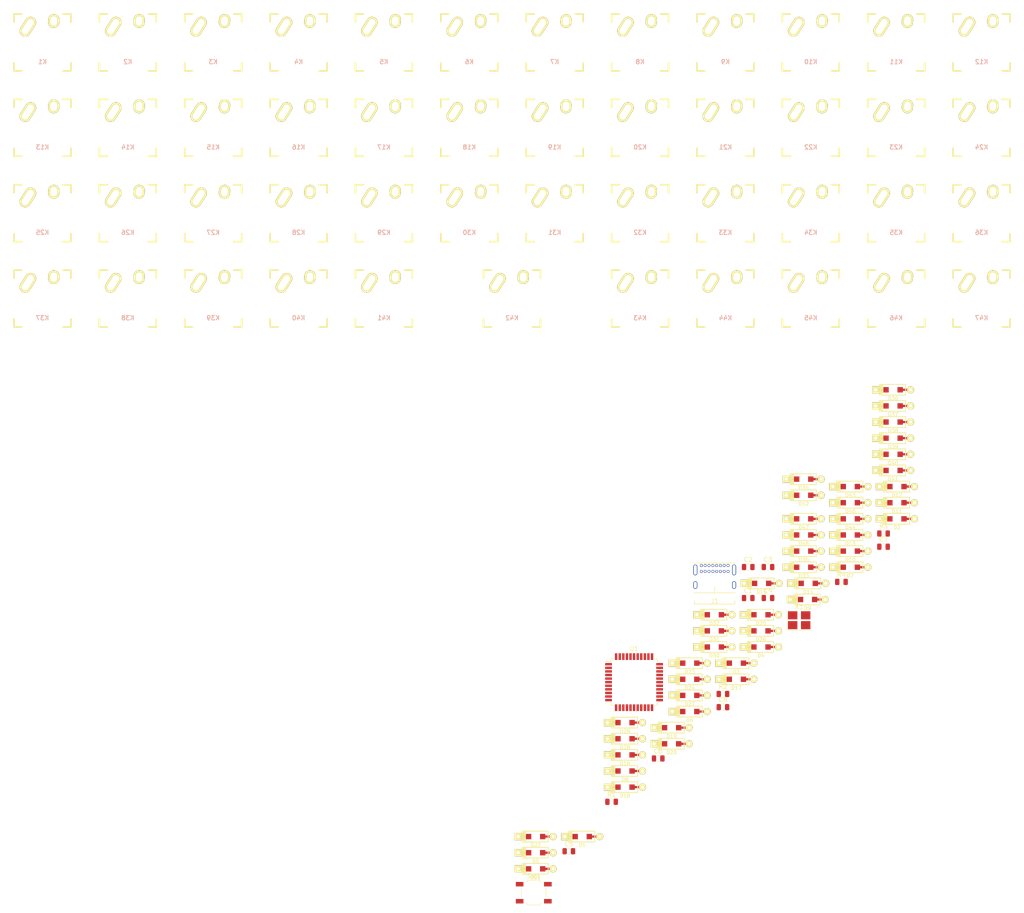
<source format=kicad_pcb>
(kicad_pcb (version 20171130) (host pcbnew "(5.1.0)-1")
  (layers (0 F.Cu signal) (31 B.Cu signal) (34 B.Paste user) (35 F.Paste user) (36 B.SilkS user) (37 F.SilkS user) (38 B.Mask user) (39 F.Mask user) (44 Edge.Cuts user))
  (net 0 "")
  (net 1 "Net-(C1-Pad2)")
  (net 2 "Net-(C1-Pad1)")
  (net 3 "Net-(C2-Pad1)")
  (net 4 +5V)
  (net 5 VCC)
  (net 6 "Net-(C8-Pad2)")
  (net 7 "Net-(D1-Pad2)")
  (net 8 /row0)
  (net 9 "Net-(D2-Pad2)")
  (net 10 "Net-(D3-Pad2)")
  (net 11 "Net-(D4-Pad2)")
  (net 12 "Net-(D5-Pad2)")
  (net 13 "Net-(D6-Pad2)")
  (net 14 "Net-(D7-Pad2)")
  (net 15 "Net-(D8-Pad2)")
  (net 16 "Net-(D9-Pad2)")
  (net 17 "Net-(D10-Pad2)")
  (net 18 "Net-(D11-Pad2)")
  (net 19 "Net-(D12-Pad2)")
  (net 20 "Net-(D13-Pad2)")
  (net 21 /row1)
  (net 22 "Net-(D14-Pad2)")
  (net 23 "Net-(D15-Pad2)")
  (net 24 "Net-(D16-Pad2)")
  (net 25 "Net-(D17-Pad2)")
  (net 26 "Net-(D18-Pad2)")
  (net 27 "Net-(D19-Pad2)")
  (net 28 "Net-(D20-Pad2)")
  (net 29 "Net-(D21-Pad2)")
  (net 30 "Net-(D22-Pad2)")
  (net 31 "Net-(D23-Pad2)")
  (net 32 "Net-(D24-Pad2)")
  (net 33 "Net-(D25-Pad2)")
  (net 34 /row2)
  (net 35 "Net-(D26-Pad2)")
  (net 36 "Net-(D27-Pad2)")
  (net 37 "Net-(D28-Pad2)")
  (net 38 "Net-(D29-Pad2)")
  (net 39 "Net-(D30-Pad2)")
  (net 40 "Net-(D31-Pad2)")
  (net 41 "Net-(D32-Pad2)")
  (net 42 "Net-(D33-Pad2)")
  (net 43 "Net-(D34-Pad2)")
  (net 44 "Net-(D35-Pad2)")
  (net 45 "Net-(D36-Pad2)")
  (net 46 "Net-(D37-Pad2)")
  (net 47 /row3)
  (net 48 "Net-(D38-Pad2)")
  (net 49 "Net-(D39-Pad2)")
  (net 50 "Net-(D40-Pad2)")
  (net 51 "Net-(D41-Pad2)")
  (net 52 "Net-(D42-Pad2)")
  (net 53 "Net-(D43-Pad2)")
  (net 54 "Net-(D44-Pad2)")
  (net 55 "Net-(D45-Pad2)")
  (net 56 "Net-(D46-Pad2)")
  (net 57 "Net-(D47-Pad2)")
  (net 58 "Net-(J1-PadB5)")
  (net 59 "Net-(J1-PadA6)")
  (net 60 "Net-(J1-PadA7)")
  (net 61 "Net-(J1-PadB8)")
  (net 62 "Net-(J1-PadA8)")
  (net 63 "Net-(J1-PadA5)")
  (net 64 /col0)
  (net 65 /col1)
  (net 66 /col2)
  (net 67 /col3)
  (net 68 /col4)
  (net 69 /col5)
  (net 70 /col6)
  (net 71 /col7)
  (net 72 /col8)
  (net 73 /col9)
  (net 74 /col10)
  (net 75 /col11)
  (net 76 "Net-(K25-Pad1)")
  (net 77 "Net-(K26-Pad1)")
  (net 78 "Net-(R1-Pad1)")
  (net 79 "Net-(R2-Pad2)")
  (net 80 "Net-(R3-Pad1)")
  (net 81 "Net-(R4-Pad1)")
  (net 82 "Net-(U1-Pad1)")
  (net 83 "Net-(U1-Pad7)")
  (net 84 "Net-(U1-Pad8)")
  (net 85 "Net-(U1-Pad9)")
  (net 86 "Net-(U1-Pad10)")
  (net 87 "Net-(U1-Pad11)")
  (net 88 "Net-(U1-Pad12)")
  (net 89 "Net-(U1-Pad14)")
  (net 90 "Net-(U1-Pad15)")
  (net 91 "Net-(U1-Pad22)")
  (net 92 "Net-(U1-Pad36)")
  (net 93 "Net-(U1-Pad37)")
  (net 94 "Net-(U1-Pad42)")
  (module Capacitor_SMD:C_0805_2012Metric (layer F.Cu) (at 193.206251 154.931251)
    (fp_text reference C1 (at 0 -1.65) (layer F.SilkS))
    (fp_text value 22pF)
    (pad 2 smd roundrect (at 0.9375 0) (size 0.975 1.4) (layers F.Cu F.Paste F.Mask) (net 1 "Net-(C1-Pad2)"))
    (pad 1 smd roundrect (at -0.9375 0) (size 0.975 1.4) (layers F.Cu F.Paste F.Mask) (net 2 "Net-(C1-Pad1)"))
  )
  (module Capacitor_SMD:C_0805_2012Metric (layer F.Cu) (at 193.206251 148.011251)
    (fp_text reference C2 (at 0 -1.65) (layer F.SilkS))
    (fp_text value 22pF)
    (pad 1 smd roundrect (at -0.9375 0) (size 0.975 1.4) (layers F.Cu F.Paste F.Mask) (net 3 "Net-(C2-Pad1)"))
    (pad 2 smd roundrect (at 0.9375 0) (size 0.975 1.4) (layers F.Cu F.Paste F.Mask) (net 1 "Net-(C1-Pad2)"))
  )
  (module Capacitor_SMD:C_0805_2012Metric (layer F.Cu) (at 197.616251 148.011251)
    (fp_text reference C3 (at 0 -1.65) (layer F.SilkS))
    (fp_text value 0.1uF)
    (pad 2 smd roundrect (at 0.9375 0) (size 0.975 1.4) (layers F.Cu F.Paste F.Mask) (net 4 +5V))
    (pad 1 smd roundrect (at -0.9375 0) (size 0.975 1.4) (layers F.Cu F.Paste F.Mask) (net 5 VCC))
  )
  (module Capacitor_SMD:C_0805_2012Metric (layer F.Cu) (at 197.616251 154.931251)
    (fp_text reference C4 (at 0 -1.65) (layer F.SilkS))
    (fp_text value 0.1uF)
    (pad 1 smd roundrect (at -0.9375 0) (size 0.975 1.4) (layers F.Cu F.Paste F.Mask) (net 5 VCC))
    (pad 2 smd roundrect (at 0.9375 0) (size 0.975 1.4) (layers F.Cu F.Paste F.Mask) (net 4 +5V))
  )
  (module Capacitor_SMD:C_0805_2012Metric (layer F.Cu) (at 153.176251 211.431251)
    (fp_text reference C5 (at 0 -1.65) (layer F.SilkS))
    (fp_text value 0.1uF)
    (pad 2 smd roundrect (at 0.9375 0) (size 0.975 1.4) (layers F.Cu F.Paste F.Mask) (net 4 +5V))
    (pad 1 smd roundrect (at -0.9375 0) (size 0.975 1.4) (layers F.Cu F.Paste F.Mask) (net 5 VCC))
  )
  (module Capacitor_SMD:C_0805_2012Metric (layer F.Cu) (at 173.116251 190.731251)
    (fp_text reference C6 (at 0 -1.65) (layer F.SilkS))
    (fp_text value 0.1uF)
    (pad 1 smd roundrect (at -0.9375 0) (size 0.975 1.4) (layers F.Cu F.Paste F.Mask) (net 5 VCC))
    (pad 2 smd roundrect (at 0.9375 0) (size 0.975 1.4) (layers F.Cu F.Paste F.Mask) (net 4 +5V))
  )
  (module Capacitor_SMD:C_0805_2012Metric (layer F.Cu) (at 223.396251 143.481251)
    (fp_text reference C7 (at 0 -1.65) (layer F.SilkS))
    (fp_text value 0.1uF)
    (pad 2 smd roundrect (at 0.9375 0) (size 0.975 1.4) (layers F.Cu F.Paste F.Mask) (net 4 +5V))
    (pad 1 smd roundrect (at -0.9375 0) (size 0.975 1.4) (layers F.Cu F.Paste F.Mask) (net 5 VCC))
  )
  (module Capacitor_SMD:C_0805_2012Metric (layer F.Cu) (at 187.566251 179.281251)
    (fp_text reference C8 (at 0 -1.65) (layer F.SilkS))
    (fp_text value 1uF)
    (pad 1 smd roundrect (at -0.9375 0) (size 0.975 1.4) (layers F.Cu F.Paste F.Mask) (net 4 +5V))
    (pad 2 smd roundrect (at 0.9375 0) (size 0.975 1.4) (layers F.Cu F.Paste F.Mask) (net 6 "Net-(C8-Pad2)"))
  )
  (module keyboard_parts:D_SOD123_axial (layer F.Cu) (at 156.17125 208.156251)
    (fp_text reference D1 (at 0 1.925) (layer F.SilkS) (effects (font (size 0.8 0.8))))
    (fp_text value D hide)
    (pad 2 smd rect (at 2.7 0) (size 2.5 0.5) (layers F.Cu) (net 7 "Net-(D1-Pad2)"))
    (pad 1 smd rect (at -2.7 0) (size 2.5 0.5) (layers F.Cu) (net 8 /row0))
    (pad 2 thru_hole circle (at 3.9 0) (size 1.6 1.6) (drill 0.7) (layers *.Cu *.Mask F.SilkS) (net 7 "Net-(D1-Pad2)"))
    (pad 1 thru_hole rect (at -3.9 0) (size 1.6 1.6) (drill 0.7) (layers *.Cu *.Mask F.SilkS) (net 8 /row0))
    (pad 1 smd rect (at -1.575 0) (size 1.2 1.2) (layers F.Cu F.Paste F.Mask) (net 8 /row0))
    (pad 2 smd rect (at 1.575 0) (size 1.2 1.2) (layers F.Cu F.Paste F.Mask) (net 7 "Net-(D1-Pad2)"))
  )
  (module keyboard_parts:D_SOD123_axial (layer F.Cu) (at 226.39125 137.256251)
    (fp_text reference D2 (at 0 1.925) (layer F.SilkS) (effects (font (size 0.8 0.8))))
    (fp_text value D hide)
    (pad 2 smd rect (at 1.575 0) (size 1.2 1.2) (layers F.Cu F.Paste F.Mask) (net 9 "Net-(D2-Pad2)"))
    (pad 1 smd rect (at -1.575 0) (size 1.2 1.2) (layers F.Cu F.Paste F.Mask) (net 8 /row0))
    (pad 1 thru_hole rect (at -3.9 0) (size 1.6 1.6) (drill 0.7) (layers *.Cu *.Mask F.SilkS) (net 8 /row0))
    (pad 2 thru_hole circle (at 3.9 0) (size 1.6 1.6) (drill 0.7) (layers *.Cu *.Mask F.SilkS) (net 9 "Net-(D2-Pad2)"))
    (pad 1 smd rect (at -2.7 0) (size 2.5 0.5) (layers F.Cu) (net 8 /row0))
    (pad 2 smd rect (at 2.7 0) (size 2.5 0.5) (layers F.Cu) (net 9 "Net-(D2-Pad2)"))
  )
  (module keyboard_parts:D_SOD123_axial (layer F.Cu) (at 190.56125 169.456251)
    (fp_text reference D3 (at 0 1.925) (layer F.SilkS) (effects (font (size 0.8 0.8))))
    (fp_text value D hide)
    (pad 2 smd rect (at 2.7 0) (size 2.5 0.5) (layers F.Cu) (net 10 "Net-(D3-Pad2)"))
    (pad 1 smd rect (at -2.7 0) (size 2.5 0.5) (layers F.Cu) (net 8 /row0))
    (pad 2 thru_hole circle (at 3.9 0) (size 1.6 1.6) (drill 0.7) (layers *.Cu *.Mask F.SilkS) (net 10 "Net-(D3-Pad2)"))
    (pad 1 thru_hole rect (at -3.9 0) (size 1.6 1.6) (drill 0.7) (layers *.Cu *.Mask F.SilkS) (net 8 /row0))
    (pad 1 smd rect (at -1.575 0) (size 1.2 1.2) (layers F.Cu F.Paste F.Mask) (net 8 /row0))
    (pad 2 smd rect (at 1.575 0) (size 1.2 1.2) (layers F.Cu F.Paste F.Mask) (net 10 "Net-(D3-Pad2)"))
  )
  (module keyboard_parts:D_SOD123_axial (layer F.Cu) (at 196.05125 165.856251)
    (fp_text reference D4 (at 0 1.925) (layer F.SilkS) (effects (font (size 0.8 0.8))))
    (fp_text value D hide)
    (pad 2 smd rect (at 1.575 0) (size 1.2 1.2) (layers F.Cu F.Paste F.Mask) (net 11 "Net-(D4-Pad2)"))
    (pad 1 smd rect (at -1.575 0) (size 1.2 1.2) (layers F.Cu F.Paste F.Mask) (net 8 /row0))
    (pad 1 thru_hole rect (at -3.9 0) (size 1.6 1.6) (drill 0.7) (layers *.Cu *.Mask F.SilkS) (net 8 /row0))
    (pad 2 thru_hole circle (at 3.9 0) (size 1.6 1.6) (drill 0.7) (layers *.Cu *.Mask F.SilkS) (net 11 "Net-(D4-Pad2)"))
    (pad 1 smd rect (at -2.7 0) (size 2.5 0.5) (layers F.Cu) (net 8 /row0))
    (pad 2 smd rect (at 2.7 0) (size 2.5 0.5) (layers F.Cu) (net 11 "Net-(D4-Pad2)"))
  )
  (module keyboard_parts:D_SOD123_axial (layer F.Cu) (at 145.77125 211.756251)
    (fp_text reference D5 (at 0 1.925) (layer F.SilkS) (effects (font (size 0.8 0.8))))
    (fp_text value D hide)
    (pad 2 smd rect (at 1.575 0) (size 1.2 1.2) (layers F.Cu F.Paste F.Mask) (net 12 "Net-(D5-Pad2)"))
    (pad 1 smd rect (at -1.575 0) (size 1.2 1.2) (layers F.Cu F.Paste F.Mask) (net 8 /row0))
    (pad 1 thru_hole rect (at -3.9 0) (size 1.6 1.6) (drill 0.7) (layers *.Cu *.Mask F.SilkS) (net 8 /row0))
    (pad 2 thru_hole circle (at 3.9 0) (size 1.6 1.6) (drill 0.7) (layers *.Cu *.Mask F.SilkS) (net 12 "Net-(D5-Pad2)"))
    (pad 1 smd rect (at -2.7 0) (size 2.5 0.5) (layers F.Cu) (net 8 /row0))
    (pad 2 smd rect (at 2.7 0) (size 2.5 0.5) (layers F.Cu) (net 12 "Net-(D5-Pad2)"))
  )
  (module keyboard_parts:D_SOD123_axial (layer F.Cu) (at 180.16125 180.256251)
    (fp_text reference D6 (at 0 1.925) (layer F.SilkS) (effects (font (size 0.8 0.8))))
    (fp_text value D hide)
    (pad 2 smd rect (at 2.7 0) (size 2.5 0.5) (layers F.Cu) (net 13 "Net-(D6-Pad2)"))
    (pad 1 smd rect (at -2.7 0) (size 2.5 0.5) (layers F.Cu) (net 8 /row0))
    (pad 2 thru_hole circle (at 3.9 0) (size 1.6 1.6) (drill 0.7) (layers *.Cu *.Mask F.SilkS) (net 13 "Net-(D6-Pad2)"))
    (pad 1 thru_hole rect (at -3.9 0) (size 1.6 1.6) (drill 0.7) (layers *.Cu *.Mask F.SilkS) (net 8 /row0))
    (pad 1 smd rect (at -1.575 0) (size 1.2 1.2) (layers F.Cu F.Paste F.Mask) (net 8 /row0))
    (pad 2 smd rect (at 1.575 0) (size 1.2 1.2) (layers F.Cu F.Paste F.Mask) (net 13 "Net-(D6-Pad2)"))
  )
  (module keyboard_parts:D_SOD123_axial (layer F.Cu) (at 215.99125 148.056251)
    (fp_text reference D7 (at 0 1.925) (layer F.SilkS) (effects (font (size 0.8 0.8))))
    (fp_text value D hide)
    (pad 2 smd rect (at 1.575 0) (size 1.2 1.2) (layers F.Cu F.Paste F.Mask) (net 14 "Net-(D7-Pad2)"))
    (pad 1 smd rect (at -1.575 0) (size 1.2 1.2) (layers F.Cu F.Paste F.Mask) (net 8 /row0))
    (pad 1 thru_hole rect (at -3.9 0) (size 1.6 1.6) (drill 0.7) (layers *.Cu *.Mask F.SilkS) (net 8 /row0))
    (pad 2 thru_hole circle (at 3.9 0) (size 1.6 1.6) (drill 0.7) (layers *.Cu *.Mask F.SilkS) (net 14 "Net-(D7-Pad2)"))
    (pad 1 smd rect (at -2.7 0) (size 2.5 0.5) (layers F.Cu) (net 8 /row0))
    (pad 2 smd rect (at 2.7 0) (size 2.5 0.5) (layers F.Cu) (net 14 "Net-(D7-Pad2)"))
  )
  (module keyboard_parts:D_SOD123_axial (layer F.Cu) (at 165.71125 193.526251)
    (fp_text reference D8 (at 0 1.925) (layer F.SilkS) (effects (font (size 0.8 0.8))))
    (fp_text value D hide)
    (pad 2 smd rect (at 2.7 0) (size 2.5 0.5) (layers F.Cu) (net 15 "Net-(D8-Pad2)"))
    (pad 1 smd rect (at -2.7 0) (size 2.5 0.5) (layers F.Cu) (net 8 /row0))
    (pad 2 thru_hole circle (at 3.9 0) (size 1.6 1.6) (drill 0.7) (layers *.Cu *.Mask F.SilkS) (net 15 "Net-(D8-Pad2)"))
    (pad 1 thru_hole rect (at -3.9 0) (size 1.6 1.6) (drill 0.7) (layers *.Cu *.Mask F.SilkS) (net 8 /row0))
    (pad 1 smd rect (at -1.575 0) (size 1.2 1.2) (layers F.Cu F.Paste F.Mask) (net 8 /row0))
    (pad 2 smd rect (at 1.575 0) (size 1.2 1.2) (layers F.Cu F.Paste F.Mask) (net 15 "Net-(D8-Pad2)"))
  )
  (module keyboard_parts:D_SOD123_axial (layer F.Cu) (at 206.45125 155.256251)
    (fp_text reference D9 (at 0 1.925) (layer F.SilkS) (effects (font (size 0.8 0.8))))
    (fp_text value D hide)
    (pad 2 smd rect (at 1.575 0) (size 1.2 1.2) (layers F.Cu F.Paste F.Mask) (net 16 "Net-(D9-Pad2)"))
    (pad 1 smd rect (at -1.575 0) (size 1.2 1.2) (layers F.Cu F.Paste F.Mask) (net 8 /row0))
    (pad 1 thru_hole rect (at -3.9 0) (size 1.6 1.6) (drill 0.7) (layers *.Cu *.Mask F.SilkS) (net 8 /row0))
    (pad 2 thru_hole circle (at 3.9 0) (size 1.6 1.6) (drill 0.7) (layers *.Cu *.Mask F.SilkS) (net 16 "Net-(D9-Pad2)"))
    (pad 1 smd rect (at -2.7 0) (size 2.5 0.5) (layers F.Cu) (net 8 /row0))
    (pad 2 smd rect (at 2.7 0) (size 2.5 0.5) (layers F.Cu) (net 16 "Net-(D9-Pad2)"))
  )
  (module keyboard_parts:D_SOD123_axial (layer F.Cu) (at 215.99125 144.456251)
    (fp_text reference D10 (at 0 1.925) (layer F.SilkS) (effects (font (size 0.8 0.8))))
    (fp_text value D hide)
    (pad 2 smd rect (at 1.575 0) (size 1.2 1.2) (layers F.Cu F.Paste F.Mask) (net 17 "Net-(D10-Pad2)"))
    (pad 1 smd rect (at -1.575 0) (size 1.2 1.2) (layers F.Cu F.Paste F.Mask) (net 8 /row0))
    (pad 1 thru_hole rect (at -3.9 0) (size 1.6 1.6) (drill 0.7) (layers *.Cu *.Mask F.SilkS) (net 8 /row0))
    (pad 2 thru_hole circle (at 3.9 0) (size 1.6 1.6) (drill 0.7) (layers *.Cu *.Mask F.SilkS) (net 17 "Net-(D10-Pad2)"))
    (pad 1 smd rect (at -2.7 0) (size 2.5 0.5) (layers F.Cu) (net 8 /row0))
    (pad 2 smd rect (at 2.7 0) (size 2.5 0.5) (layers F.Cu) (net 17 "Net-(D10-Pad2)"))
  )
  (module keyboard_parts:D_SOD123_axial (layer F.Cu) (at 226.39125 133.656251)
    (fp_text reference D11 (at 0 1.925) (layer F.SilkS) (effects (font (size 0.8 0.8))))
    (fp_text value D hide)
    (pad 2 smd rect (at 2.7 0) (size 2.5 0.5) (layers F.Cu) (net 18 "Net-(D11-Pad2)"))
    (pad 1 smd rect (at -2.7 0) (size 2.5 0.5) (layers F.Cu) (net 8 /row0))
    (pad 2 thru_hole circle (at 3.9 0) (size 1.6 1.6) (drill 0.7) (layers *.Cu *.Mask F.SilkS) (net 18 "Net-(D11-Pad2)"))
    (pad 1 thru_hole rect (at -3.9 0) (size 1.6 1.6) (drill 0.7) (layers *.Cu *.Mask F.SilkS) (net 8 /row0))
    (pad 1 smd rect (at -1.575 0) (size 1.2 1.2) (layers F.Cu F.Paste F.Mask) (net 8 /row0))
    (pad 2 smd rect (at 1.575 0) (size 1.2 1.2) (layers F.Cu F.Paste F.Mask) (net 18 "Net-(D11-Pad2)"))
  )
  (module keyboard_parts:D_SOD123_axial (layer F.Cu) (at 226.39125 130.056251)
    (fp_text reference D12 (at 0 1.925) (layer F.SilkS) (effects (font (size 0.8 0.8))))
    (fp_text value D hide)
    (pad 2 smd rect (at 2.7 0) (size 2.5 0.5) (layers F.Cu) (net 19 "Net-(D12-Pad2)"))
    (pad 1 smd rect (at -2.7 0) (size 2.5 0.5) (layers F.Cu) (net 8 /row0))
    (pad 2 thru_hole circle (at 3.9 0) (size 1.6 1.6) (drill 0.7) (layers *.Cu *.Mask F.SilkS) (net 19 "Net-(D12-Pad2)"))
    (pad 1 thru_hole rect (at -3.9 0) (size 1.6 1.6) (drill 0.7) (layers *.Cu *.Mask F.SilkS) (net 8 /row0))
    (pad 1 smd rect (at -1.575 0) (size 1.2 1.2) (layers F.Cu F.Paste F.Mask) (net 8 /row0))
    (pad 2 smd rect (at 1.575 0) (size 1.2 1.2) (layers F.Cu F.Paste F.Mask) (net 19 "Net-(D12-Pad2)"))
  )
  (module keyboard_parts:D_SOD123_axial (layer F.Cu) (at 215.99125 140.856251)
    (fp_text reference D13 (at 0 1.925) (layer F.SilkS) (effects (font (size 0.8 0.8))))
    (fp_text value D hide)
    (pad 2 smd rect (at 2.7 0) (size 2.5 0.5) (layers F.Cu) (net 20 "Net-(D13-Pad2)"))
    (pad 1 smd rect (at -2.7 0) (size 2.5 0.5) (layers F.Cu) (net 21 /row1))
    (pad 2 thru_hole circle (at 3.9 0) (size 1.6 1.6) (drill 0.7) (layers *.Cu *.Mask F.SilkS) (net 20 "Net-(D13-Pad2)"))
    (pad 1 thru_hole rect (at -3.9 0) (size 1.6 1.6) (drill 0.7) (layers *.Cu *.Mask F.SilkS) (net 21 /row1))
    (pad 1 smd rect (at -1.575 0) (size 1.2 1.2) (layers F.Cu F.Paste F.Mask) (net 21 /row1))
    (pad 2 smd rect (at 1.575 0) (size 1.2 1.2) (layers F.Cu F.Paste F.Mask) (net 20 "Net-(D13-Pad2)"))
  )
  (module keyboard_parts:D_SOD123_axial (layer F.Cu) (at 206.60125 151.656251)
    (fp_text reference D14 (at 0 1.925) (layer F.SilkS) (effects (font (size 0.8 0.8))))
    (fp_text value D hide)
    (pad 2 smd rect (at 1.575 0) (size 1.2 1.2) (layers F.Cu F.Paste F.Mask) (net 22 "Net-(D14-Pad2)"))
    (pad 1 smd rect (at -1.575 0) (size 1.2 1.2) (layers F.Cu F.Paste F.Mask) (net 21 /row1))
    (pad 1 thru_hole rect (at -3.9 0) (size 1.6 1.6) (drill 0.7) (layers *.Cu *.Mask F.SilkS) (net 21 /row1))
    (pad 2 thru_hole circle (at 3.9 0) (size 1.6 1.6) (drill 0.7) (layers *.Cu *.Mask F.SilkS) (net 22 "Net-(D14-Pad2)"))
    (pad 1 smd rect (at -2.7 0) (size 2.5 0.5) (layers F.Cu) (net 21 /row1))
    (pad 2 smd rect (at 2.7 0) (size 2.5 0.5) (layers F.Cu) (net 22 "Net-(D14-Pad2)"))
  )
  (module keyboard_parts:D_SOD123_axial (layer F.Cu) (at 196.20125 151.656251)
    (fp_text reference D15 (at 0 1.925) (layer F.SilkS) (effects (font (size 0.8 0.8))))
    (fp_text value D hide)
    (pad 2 smd rect (at 1.575 0) (size 1.2 1.2) (layers F.Cu F.Paste F.Mask) (net 23 "Net-(D15-Pad2)"))
    (pad 1 smd rect (at -1.575 0) (size 1.2 1.2) (layers F.Cu F.Paste F.Mask) (net 21 /row1))
    (pad 1 thru_hole rect (at -3.9 0) (size 1.6 1.6) (drill 0.7) (layers *.Cu *.Mask F.SilkS) (net 21 /row1))
    (pad 2 thru_hole circle (at 3.9 0) (size 1.6 1.6) (drill 0.7) (layers *.Cu *.Mask F.SilkS) (net 23 "Net-(D15-Pad2)"))
    (pad 1 smd rect (at -2.7 0) (size 2.5 0.5) (layers F.Cu) (net 21 /row1))
    (pad 2 smd rect (at 2.7 0) (size 2.5 0.5) (layers F.Cu) (net 23 "Net-(D15-Pad2)"))
  )
  (module keyboard_parts:D_SOD123_axial (layer F.Cu) (at 165.71125 189.926251)
    (fp_text reference D16 (at 0 1.925) (layer F.SilkS) (effects (font (size 0.8 0.8))))
    (fp_text value D hide)
    (pad 2 smd rect (at 1.575 0) (size 1.2 1.2) (layers F.Cu F.Paste F.Mask) (net 24 "Net-(D16-Pad2)"))
    (pad 1 smd rect (at -1.575 0) (size 1.2 1.2) (layers F.Cu F.Paste F.Mask) (net 21 /row1))
    (pad 1 thru_hole rect (at -3.9 0) (size 1.6 1.6) (drill 0.7) (layers *.Cu *.Mask F.SilkS) (net 21 /row1))
    (pad 2 thru_hole circle (at 3.9 0) (size 1.6 1.6) (drill 0.7) (layers *.Cu *.Mask F.SilkS) (net 24 "Net-(D16-Pad2)"))
    (pad 1 smd rect (at -2.7 0) (size 2.5 0.5) (layers F.Cu) (net 21 /row1))
    (pad 2 smd rect (at 2.7 0) (size 2.5 0.5) (layers F.Cu) (net 24 "Net-(D16-Pad2)"))
  )
  (module keyboard_parts:D_SOD123_axial (layer F.Cu) (at 190.56125 173.056251)
    (fp_text reference D17 (at 0 1.925) (layer F.SilkS) (effects (font (size 0.8 0.8))))
    (fp_text value D hide)
    (pad 2 smd rect (at 2.7 0) (size 2.5 0.5) (layers F.Cu) (net 25 "Net-(D17-Pad2)"))
    (pad 1 smd rect (at -2.7 0) (size 2.5 0.5) (layers F.Cu) (net 21 /row1))
    (pad 2 thru_hole circle (at 3.9 0) (size 1.6 1.6) (drill 0.7) (layers *.Cu *.Mask F.SilkS) (net 25 "Net-(D17-Pad2)"))
    (pad 1 thru_hole rect (at -3.9 0) (size 1.6 1.6) (drill 0.7) (layers *.Cu *.Mask F.SilkS) (net 21 /row1))
    (pad 1 smd rect (at -1.575 0) (size 1.2 1.2) (layers F.Cu F.Paste F.Mask) (net 21 /row1))
    (pad 2 smd rect (at 1.575 0) (size 1.2 1.2) (layers F.Cu F.Paste F.Mask) (net 25 "Net-(D17-Pad2)"))
  )
  (module keyboard_parts:D_SOD123_axial (layer F.Cu) (at 165.71125 197.126251)
    (fp_text reference D18 (at 0 1.925) (layer F.SilkS) (effects (font (size 0.8 0.8))))
    (fp_text value D hide)
    (pad 2 smd rect (at 1.575 0) (size 1.2 1.2) (layers F.Cu F.Paste F.Mask) (net 26 "Net-(D18-Pad2)"))
    (pad 1 smd rect (at -1.575 0) (size 1.2 1.2) (layers F.Cu F.Paste F.Mask) (net 21 /row1))
    (pad 1 thru_hole rect (at -3.9 0) (size 1.6 1.6) (drill 0.7) (layers *.Cu *.Mask F.SilkS) (net 21 /row1))
    (pad 2 thru_hole circle (at 3.9 0) (size 1.6 1.6) (drill 0.7) (layers *.Cu *.Mask F.SilkS) (net 26 "Net-(D18-Pad2)"))
    (pad 1 smd rect (at -2.7 0) (size 2.5 0.5) (layers F.Cu) (net 21 /row1))
    (pad 2 smd rect (at 2.7 0) (size 2.5 0.5) (layers F.Cu) (net 26 "Net-(D18-Pad2)"))
  )
  (module keyboard_parts:D_SOD123_axial (layer F.Cu) (at 176.11125 183.856251)
    (fp_text reference D19 (at 0 1.925) (layer F.SilkS) (effects (font (size 0.8 0.8))))
    (fp_text value D hide)
    (pad 2 smd rect (at 2.7 0) (size 2.5 0.5) (layers F.Cu) (net 27 "Net-(D19-Pad2)"))
    (pad 1 smd rect (at -2.7 0) (size 2.5 0.5) (layers F.Cu) (net 21 /row1))
    (pad 2 thru_hole circle (at 3.9 0) (size 1.6 1.6) (drill 0.7) (layers *.Cu *.Mask F.SilkS) (net 27 "Net-(D19-Pad2)"))
    (pad 1 thru_hole rect (at -3.9 0) (size 1.6 1.6) (drill 0.7) (layers *.Cu *.Mask F.SilkS) (net 21 /row1))
    (pad 1 smd rect (at -1.575 0) (size 1.2 1.2) (layers F.Cu F.Paste F.Mask) (net 21 /row1))
    (pad 2 smd rect (at 1.575 0) (size 1.2 1.2) (layers F.Cu F.Paste F.Mask) (net 27 "Net-(D19-Pad2)"))
  )
  (module keyboard_parts:D_SOD123_axial (layer F.Cu) (at 176.11125 187.456251)
    (fp_text reference D20 (at 0 1.925) (layer F.SilkS) (effects (font (size 0.8 0.8))))
    (fp_text value D hide)
    (pad 2 smd rect (at 2.7 0) (size 2.5 0.5) (layers F.Cu) (net 28 "Net-(D20-Pad2)"))
    (pad 1 smd rect (at -2.7 0) (size 2.5 0.5) (layers F.Cu) (net 21 /row1))
    (pad 2 thru_hole circle (at 3.9 0) (size 1.6 1.6) (drill 0.7) (layers *.Cu *.Mask F.SilkS) (net 28 "Net-(D20-Pad2)"))
    (pad 1 thru_hole rect (at -3.9 0) (size 1.6 1.6) (drill 0.7) (layers *.Cu *.Mask F.SilkS) (net 21 /row1))
    (pad 1 smd rect (at -1.575 0) (size 1.2 1.2) (layers F.Cu F.Paste F.Mask) (net 21 /row1))
    (pad 2 smd rect (at 1.575 0) (size 1.2 1.2) (layers F.Cu F.Paste F.Mask) (net 28 "Net-(D20-Pad2)"))
  )
  (module keyboard_parts:D_SOD123_axial (layer F.Cu) (at 145.77125 215.356251)
    (fp_text reference D21 (at 0 1.925) (layer F.SilkS) (effects (font (size 0.8 0.8))))
    (fp_text value D hide)
    (pad 2 smd rect (at 2.7 0) (size 2.5 0.5) (layers F.Cu) (net 29 "Net-(D21-Pad2)"))
    (pad 1 smd rect (at -2.7 0) (size 2.5 0.5) (layers F.Cu) (net 21 /row1))
    (pad 2 thru_hole circle (at 3.9 0) (size 1.6 1.6) (drill 0.7) (layers *.Cu *.Mask F.SilkS) (net 29 "Net-(D21-Pad2)"))
    (pad 1 thru_hole rect (at -3.9 0) (size 1.6 1.6) (drill 0.7) (layers *.Cu *.Mask F.SilkS) (net 21 /row1))
    (pad 1 smd rect (at -1.575 0) (size 1.2 1.2) (layers F.Cu F.Paste F.Mask) (net 21 /row1))
    (pad 2 smd rect (at 1.575 0) (size 1.2 1.2) (layers F.Cu F.Paste F.Mask) (net 29 "Net-(D21-Pad2)"))
  )
  (module keyboard_parts:D_SOD123_axial (layer F.Cu) (at 145.77125 208.156251)
    (fp_text reference D22 (at 0 1.925) (layer F.SilkS) (effects (font (size 0.8 0.8))))
    (fp_text value D hide)
    (pad 2 smd rect (at 1.575 0) (size 1.2 1.2) (layers F.Cu F.Paste F.Mask) (net 30 "Net-(D22-Pad2)"))
    (pad 1 smd rect (at -1.575 0) (size 1.2 1.2) (layers F.Cu F.Paste F.Mask) (net 21 /row1))
    (pad 1 thru_hole rect (at -3.9 0) (size 1.6 1.6) (drill 0.7) (layers *.Cu *.Mask F.SilkS) (net 21 /row1))
    (pad 2 thru_hole circle (at 3.9 0) (size 1.6 1.6) (drill 0.7) (layers *.Cu *.Mask F.SilkS) (net 30 "Net-(D22-Pad2)"))
    (pad 1 smd rect (at -2.7 0) (size 2.5 0.5) (layers F.Cu) (net 21 /row1))
    (pad 2 smd rect (at 2.7 0) (size 2.5 0.5) (layers F.Cu) (net 30 "Net-(D22-Pad2)"))
  )
  (module keyboard_parts:D_SOD123_axial (layer F.Cu) (at 180.16125 169.456251)
    (fp_text reference D23 (at 0 1.925) (layer F.SilkS) (effects (font (size 0.8 0.8))))
    (fp_text value D hide)
    (pad 2 smd rect (at 2.7 0) (size 2.5 0.5) (layers F.Cu) (net 31 "Net-(D23-Pad2)"))
    (pad 1 smd rect (at -2.7 0) (size 2.5 0.5) (layers F.Cu) (net 21 /row1))
    (pad 2 thru_hole circle (at 3.9 0) (size 1.6 1.6) (drill 0.7) (layers *.Cu *.Mask F.SilkS) (net 31 "Net-(D23-Pad2)"))
    (pad 1 thru_hole rect (at -3.9 0) (size 1.6 1.6) (drill 0.7) (layers *.Cu *.Mask F.SilkS) (net 21 /row1))
    (pad 1 smd rect (at -1.575 0) (size 1.2 1.2) (layers F.Cu F.Paste F.Mask) (net 21 /row1))
    (pad 2 smd rect (at 1.575 0) (size 1.2 1.2) (layers F.Cu F.Paste F.Mask) (net 31 "Net-(D23-Pad2)"))
  )
  (module keyboard_parts:D_SOD123_axial (layer F.Cu) (at 180.16125 173.056251)
    (fp_text reference D24 (at 0 1.925) (layer F.SilkS) (effects (font (size 0.8 0.8))))
    (fp_text value D hide)
    (pad 2 smd rect (at 2.7 0) (size 2.5 0.5) (layers F.Cu) (net 32 "Net-(D24-Pad2)"))
    (pad 1 smd rect (at -2.7 0) (size 2.5 0.5) (layers F.Cu) (net 21 /row1))
    (pad 2 thru_hole circle (at 3.9 0) (size 1.6 1.6) (drill 0.7) (layers *.Cu *.Mask F.SilkS) (net 32 "Net-(D24-Pad2)"))
    (pad 1 thru_hole rect (at -3.9 0) (size 1.6 1.6) (drill 0.7) (layers *.Cu *.Mask F.SilkS) (net 21 /row1))
    (pad 1 smd rect (at -1.575 0) (size 1.2 1.2) (layers F.Cu F.Paste F.Mask) (net 21 /row1))
    (pad 2 smd rect (at 1.575 0) (size 1.2 1.2) (layers F.Cu F.Paste F.Mask) (net 32 "Net-(D24-Pad2)"))
  )
  (module keyboard_parts:D_SOD123_axial (layer F.Cu) (at 196.05125 158.656251)
    (fp_text reference D25 (at 0 1.925) (layer F.SilkS) (effects (font (size 0.8 0.8))))
    (fp_text value D hide)
    (pad 2 smd rect (at 1.575 0) (size 1.2 1.2) (layers F.Cu F.Paste F.Mask) (net 33 "Net-(D25-Pad2)"))
    (pad 1 smd rect (at -1.575 0) (size 1.2 1.2) (layers F.Cu F.Paste F.Mask) (net 34 /row2))
    (pad 1 thru_hole rect (at -3.9 0) (size 1.6 1.6) (drill 0.7) (layers *.Cu *.Mask F.SilkS) (net 34 /row2))
    (pad 2 thru_hole circle (at 3.9 0) (size 1.6 1.6) (drill 0.7) (layers *.Cu *.Mask F.SilkS) (net 33 "Net-(D25-Pad2)"))
    (pad 1 smd rect (at -2.7 0) (size 2.5 0.5) (layers F.Cu) (net 34 /row2))
    (pad 2 smd rect (at 2.7 0) (size 2.5 0.5) (layers F.Cu) (net 33 "Net-(D25-Pad2)"))
  )
  (module keyboard_parts:D_SOD123_axial (layer F.Cu) (at 196.05125 162.256251)
    (fp_text reference D26 (at 0 1.925) (layer F.SilkS) (effects (font (size 0.8 0.8))))
    (fp_text value D hide)
    (pad 2 smd rect (at 2.7 0) (size 2.5 0.5) (layers F.Cu) (net 35 "Net-(D26-Pad2)"))
    (pad 1 smd rect (at -2.7 0) (size 2.5 0.5) (layers F.Cu) (net 34 /row2))
    (pad 2 thru_hole circle (at 3.9 0) (size 1.6 1.6) (drill 0.7) (layers *.Cu *.Mask F.SilkS) (net 35 "Net-(D26-Pad2)"))
    (pad 1 thru_hole rect (at -3.9 0) (size 1.6 1.6) (drill 0.7) (layers *.Cu *.Mask F.SilkS) (net 34 /row2))
    (pad 1 smd rect (at -1.575 0) (size 1.2 1.2) (layers F.Cu F.Paste F.Mask) (net 34 /row2))
    (pad 2 smd rect (at 1.575 0) (size 1.2 1.2) (layers F.Cu F.Paste F.Mask) (net 35 "Net-(D26-Pad2)"))
  )
  (module keyboard_parts:D_SOD123_axial (layer F.Cu) (at 180.16125 176.656251)
    (fp_text reference D27 (at 0 1.925) (layer F.SilkS) (effects (font (size 0.8 0.8))))
    (fp_text value D hide)
    (pad 2 smd rect (at 1.575 0) (size 1.2 1.2) (layers F.Cu F.Paste F.Mask) (net 36 "Net-(D27-Pad2)"))
    (pad 1 smd rect (at -1.575 0) (size 1.2 1.2) (layers F.Cu F.Paste F.Mask) (net 34 /row2))
    (pad 1 thru_hole rect (at -3.9 0) (size 1.6 1.6) (drill 0.7) (layers *.Cu *.Mask F.SilkS) (net 34 /row2))
    (pad 2 thru_hole circle (at 3.9 0) (size 1.6 1.6) (drill 0.7) (layers *.Cu *.Mask F.SilkS) (net 36 "Net-(D27-Pad2)"))
    (pad 1 smd rect (at -2.7 0) (size 2.5 0.5) (layers F.Cu) (net 34 /row2))
    (pad 2 smd rect (at 2.7 0) (size 2.5 0.5) (layers F.Cu) (net 36 "Net-(D27-Pad2)"))
  )
  (module keyboard_parts:D_SOD123_axial (layer F.Cu) (at 165.71125 186.326251)
    (fp_text reference D28 (at 0 1.925) (layer F.SilkS) (effects (font (size 0.8 0.8))))
    (fp_text value D hide)
    (pad 2 smd rect (at 1.575 0) (size 1.2 1.2) (layers F.Cu F.Paste F.Mask) (net 37 "Net-(D28-Pad2)"))
    (pad 1 smd rect (at -1.575 0) (size 1.2 1.2) (layers F.Cu F.Paste F.Mask) (net 34 /row2))
    (pad 1 thru_hole rect (at -3.9 0) (size 1.6 1.6) (drill 0.7) (layers *.Cu *.Mask F.SilkS) (net 34 /row2))
    (pad 2 thru_hole circle (at 3.9 0) (size 1.6 1.6) (drill 0.7) (layers *.Cu *.Mask F.SilkS) (net 37 "Net-(D28-Pad2)"))
    (pad 1 smd rect (at -2.7 0) (size 2.5 0.5) (layers F.Cu) (net 34 /row2))
    (pad 2 smd rect (at 2.7 0) (size 2.5 0.5) (layers F.Cu) (net 37 "Net-(D28-Pad2)"))
  )
  (module keyboard_parts:D_SOD123_axial (layer F.Cu) (at 165.71125 182.726251)
    (fp_text reference D29 (at 0 1.925) (layer F.SilkS) (effects (font (size 0.8 0.8))))
    (fp_text value D hide)
    (pad 2 smd rect (at 1.575 0) (size 1.2 1.2) (layers F.Cu F.Paste F.Mask) (net 38 "Net-(D29-Pad2)"))
    (pad 1 smd rect (at -1.575 0) (size 1.2 1.2) (layers F.Cu F.Paste F.Mask) (net 34 /row2))
    (pad 1 thru_hole rect (at -3.9 0) (size 1.6 1.6) (drill 0.7) (layers *.Cu *.Mask F.SilkS) (net 34 /row2))
    (pad 2 thru_hole circle (at 3.9 0) (size 1.6 1.6) (drill 0.7) (layers *.Cu *.Mask F.SilkS) (net 38 "Net-(D29-Pad2)"))
    (pad 1 smd rect (at -2.7 0) (size 2.5 0.5) (layers F.Cu) (net 34 /row2))
    (pad 2 smd rect (at 2.7 0) (size 2.5 0.5) (layers F.Cu) (net 38 "Net-(D29-Pad2)"))
  )
  (module keyboard_parts:D_SOD123_axial (layer F.Cu) (at 185.65125 165.856251)
    (fp_text reference D30 (at 0 1.925) (layer F.SilkS) (effects (font (size 0.8 0.8))))
    (fp_text value D hide)
    (pad 2 smd rect (at 1.575 0) (size 1.2 1.2) (layers F.Cu F.Paste F.Mask) (net 39 "Net-(D30-Pad2)"))
    (pad 1 smd rect (at -1.575 0) (size 1.2 1.2) (layers F.Cu F.Paste F.Mask) (net 34 /row2))
    (pad 1 thru_hole rect (at -3.9 0) (size 1.6 1.6) (drill 0.7) (layers *.Cu *.Mask F.SilkS) (net 34 /row2))
    (pad 2 thru_hole circle (at 3.9 0) (size 1.6 1.6) (drill 0.7) (layers *.Cu *.Mask F.SilkS) (net 39 "Net-(D30-Pad2)"))
    (pad 1 smd rect (at -2.7 0) (size 2.5 0.5) (layers F.Cu) (net 34 /row2))
    (pad 2 smd rect (at 2.7 0) (size 2.5 0.5) (layers F.Cu) (net 39 "Net-(D30-Pad2)"))
  )
  (module keyboard_parts:D_SOD123_axial (layer F.Cu) (at 185.65125 162.256251)
    (fp_text reference D31 (at 0 1.925) (layer F.SilkS) (effects (font (size 0.8 0.8))))
    (fp_text value D hide)
    (pad 2 smd rect (at 1.575 0) (size 1.2 1.2) (layers F.Cu F.Paste F.Mask) (net 40 "Net-(D31-Pad2)"))
    (pad 1 smd rect (at -1.575 0) (size 1.2 1.2) (layers F.Cu F.Paste F.Mask) (net 34 /row2))
    (pad 1 thru_hole rect (at -3.9 0) (size 1.6 1.6) (drill 0.7) (layers *.Cu *.Mask F.SilkS) (net 34 /row2))
    (pad 2 thru_hole circle (at 3.9 0) (size 1.6 1.6) (drill 0.7) (layers *.Cu *.Mask F.SilkS) (net 40 "Net-(D31-Pad2)"))
    (pad 1 smd rect (at -2.7 0) (size 2.5 0.5) (layers F.Cu) (net 34 /row2))
    (pad 2 smd rect (at 2.7 0) (size 2.5 0.5) (layers F.Cu) (net 40 "Net-(D31-Pad2)"))
  )
  (module keyboard_parts:D_SOD123_axial (layer F.Cu) (at 185.65125 158.656251)
    (fp_text reference D32 (at 0 1.925) (layer F.SilkS) (effects (font (size 0.8 0.8))))
    (fp_text value D hide)
    (pad 2 smd rect (at 1.575 0) (size 1.2 1.2) (layers F.Cu F.Paste F.Mask) (net 41 "Net-(D32-Pad2)"))
    (pad 1 smd rect (at -1.575 0) (size 1.2 1.2) (layers F.Cu F.Paste F.Mask) (net 34 /row2))
    (pad 1 thru_hole rect (at -3.9 0) (size 1.6 1.6) (drill 0.7) (layers *.Cu *.Mask F.SilkS) (net 34 /row2))
    (pad 2 thru_hole circle (at 3.9 0) (size 1.6 1.6) (drill 0.7) (layers *.Cu *.Mask F.SilkS) (net 41 "Net-(D32-Pad2)"))
    (pad 1 smd rect (at -2.7 0) (size 2.5 0.5) (layers F.Cu) (net 34 /row2))
    (pad 2 smd rect (at 2.7 0) (size 2.5 0.5) (layers F.Cu) (net 41 "Net-(D32-Pad2)"))
  )
  (module keyboard_parts:D_SOD123_axial (layer F.Cu) (at 205.59125 148.056251)
    (fp_text reference D33 (at 0 1.925) (layer F.SilkS) (effects (font (size 0.8 0.8))))
    (fp_text value D hide)
    (pad 2 smd rect (at 2.7 0) (size 2.5 0.5) (layers F.Cu) (net 42 "Net-(D33-Pad2)"))
    (pad 1 smd rect (at -2.7 0) (size 2.5 0.5) (layers F.Cu) (net 34 /row2))
    (pad 2 thru_hole circle (at 3.9 0) (size 1.6 1.6) (drill 0.7) (layers *.Cu *.Mask F.SilkS) (net 42 "Net-(D33-Pad2)"))
    (pad 1 thru_hole rect (at -3.9 0) (size 1.6 1.6) (drill 0.7) (layers *.Cu *.Mask F.SilkS) (net 34 /row2))
    (pad 1 smd rect (at -1.575 0) (size 1.2 1.2) (layers F.Cu F.Paste F.Mask) (net 34 /row2))
    (pad 2 smd rect (at 1.575 0) (size 1.2 1.2) (layers F.Cu F.Paste F.Mask) (net 42 "Net-(D33-Pad2)"))
  )
  (module keyboard_parts:D_SOD123_axial (layer F.Cu) (at 205.59125 128.396251)
    (fp_text reference D34 (at 0 1.925) (layer F.SilkS) (effects (font (size 0.8 0.8))))
    (fp_text value D hide)
    (pad 2 smd rect (at 1.575 0) (size 1.2 1.2) (layers F.Cu F.Paste F.Mask) (net 43 "Net-(D34-Pad2)"))
    (pad 1 smd rect (at -1.575 0) (size 1.2 1.2) (layers F.Cu F.Paste F.Mask) (net 34 /row2))
    (pad 1 thru_hole rect (at -3.9 0) (size 1.6 1.6) (drill 0.7) (layers *.Cu *.Mask F.SilkS) (net 34 /row2))
    (pad 2 thru_hole circle (at 3.9 0) (size 1.6 1.6) (drill 0.7) (layers *.Cu *.Mask F.SilkS) (net 43 "Net-(D34-Pad2)"))
    (pad 1 smd rect (at -2.7 0) (size 2.5 0.5) (layers F.Cu) (net 34 /row2))
    (pad 2 smd rect (at 2.7 0) (size 2.5 0.5) (layers F.Cu) (net 43 "Net-(D34-Pad2)"))
  )
  (module keyboard_parts:D_SOD123_axial (layer F.Cu) (at 205.59125 144.456251)
    (fp_text reference D35 (at 0 1.925) (layer F.SilkS) (effects (font (size 0.8 0.8))))
    (fp_text value D hide)
    (pad 2 smd rect (at 2.7 0) (size 2.5 0.5) (layers F.Cu) (net 44 "Net-(D35-Pad2)"))
    (pad 1 smd rect (at -2.7 0) (size 2.5 0.5) (layers F.Cu) (net 34 /row2))
    (pad 2 thru_hole circle (at 3.9 0) (size 1.6 1.6) (drill 0.7) (layers *.Cu *.Mask F.SilkS) (net 44 "Net-(D35-Pad2)"))
    (pad 1 thru_hole rect (at -3.9 0) (size 1.6 1.6) (drill 0.7) (layers *.Cu *.Mask F.SilkS) (net 34 /row2))
    (pad 1 smd rect (at -1.575 0) (size 1.2 1.2) (layers F.Cu F.Paste F.Mask) (net 34 /row2))
    (pad 2 smd rect (at 1.575 0) (size 1.2 1.2) (layers F.Cu F.Paste F.Mask) (net 44 "Net-(D35-Pad2)"))
  )
  (module keyboard_parts:D_SOD123_axial (layer F.Cu) (at 225.53125 108.456251)
    (fp_text reference D36 (at 0 1.925) (layer F.SilkS) (effects (font (size 0.8 0.8))))
    (fp_text value D hide)
    (pad 2 smd rect (at 2.7 0) (size 2.5 0.5) (layers F.Cu) (net 45 "Net-(D36-Pad2)"))
    (pad 1 smd rect (at -2.7 0) (size 2.5 0.5) (layers F.Cu) (net 34 /row2))
    (pad 2 thru_hole circle (at 3.9 0) (size 1.6 1.6) (drill 0.7) (layers *.Cu *.Mask F.SilkS) (net 45 "Net-(D36-Pad2)"))
    (pad 1 thru_hole rect (at -3.9 0) (size 1.6 1.6) (drill 0.7) (layers *.Cu *.Mask F.SilkS) (net 34 /row2))
    (pad 1 smd rect (at -1.575 0) (size 1.2 1.2) (layers F.Cu F.Paste F.Mask) (net 34 /row2))
    (pad 2 smd rect (at 1.575 0) (size 1.2 1.2) (layers F.Cu F.Paste F.Mask) (net 45 "Net-(D36-Pad2)"))
  )
  (module keyboard_parts:D_SOD123_axial (layer F.Cu) (at 225.53125 112.056251)
    (fp_text reference D37 (at 0 1.925) (layer F.SilkS) (effects (font (size 0.8 0.8))))
    (fp_text value D hide)
    (pad 2 smd rect (at 2.7 0) (size 2.5 0.5) (layers F.Cu) (net 46 "Net-(D37-Pad2)"))
    (pad 1 smd rect (at -2.7 0) (size 2.5 0.5) (layers F.Cu) (net 47 /row3))
    (pad 2 thru_hole circle (at 3.9 0) (size 1.6 1.6) (drill 0.7) (layers *.Cu *.Mask F.SilkS) (net 46 "Net-(D37-Pad2)"))
    (pad 1 thru_hole rect (at -3.9 0) (size 1.6 1.6) (drill 0.7) (layers *.Cu *.Mask F.SilkS) (net 47 /row3))
    (pad 1 smd rect (at -1.575 0) (size 1.2 1.2) (layers F.Cu F.Paste F.Mask) (net 47 /row3))
    (pad 2 smd rect (at 1.575 0) (size 1.2 1.2) (layers F.Cu F.Paste F.Mask) (net 46 "Net-(D37-Pad2)"))
  )
  (module keyboard_parts:D_SOD123_axial (layer F.Cu) (at 225.53125 115.656251)
    (fp_text reference D38 (at 0 1.925) (layer F.SilkS) (effects (font (size 0.8 0.8))))
    (fp_text value D hide)
    (pad 2 smd rect (at 1.575 0) (size 1.2 1.2) (layers F.Cu F.Paste F.Mask) (net 48 "Net-(D38-Pad2)"))
    (pad 1 smd rect (at -1.575 0) (size 1.2 1.2) (layers F.Cu F.Paste F.Mask) (net 47 /row3))
    (pad 1 thru_hole rect (at -3.9 0) (size 1.6 1.6) (drill 0.7) (layers *.Cu *.Mask F.SilkS) (net 47 /row3))
    (pad 2 thru_hole circle (at 3.9 0) (size 1.6 1.6) (drill 0.7) (layers *.Cu *.Mask F.SilkS) (net 48 "Net-(D38-Pad2)"))
    (pad 1 smd rect (at -2.7 0) (size 2.5 0.5) (layers F.Cu) (net 47 /row3))
    (pad 2 smd rect (at 2.7 0) (size 2.5 0.5) (layers F.Cu) (net 48 "Net-(D38-Pad2)"))
  )
  (module keyboard_parts:D_SOD123_axial (layer F.Cu) (at 225.53125 119.256251)
    (fp_text reference D39 (at 0 1.925) (layer F.SilkS) (effects (font (size 0.8 0.8))))
    (fp_text value D hide)
    (pad 2 smd rect (at 1.575 0) (size 1.2 1.2) (layers F.Cu F.Paste F.Mask) (net 49 "Net-(D39-Pad2)"))
    (pad 1 smd rect (at -1.575 0) (size 1.2 1.2) (layers F.Cu F.Paste F.Mask) (net 47 /row3))
    (pad 1 thru_hole rect (at -3.9 0) (size 1.6 1.6) (drill 0.7) (layers *.Cu *.Mask F.SilkS) (net 47 /row3))
    (pad 2 thru_hole circle (at 3.9 0) (size 1.6 1.6) (drill 0.7) (layers *.Cu *.Mask F.SilkS) (net 49 "Net-(D39-Pad2)"))
    (pad 1 smd rect (at -2.7 0) (size 2.5 0.5) (layers F.Cu) (net 47 /row3))
    (pad 2 smd rect (at 2.7 0) (size 2.5 0.5) (layers F.Cu) (net 49 "Net-(D39-Pad2)"))
  )
  (module keyboard_parts:D_SOD123_axial (layer F.Cu) (at 225.53125 122.856251)
    (fp_text reference D40 (at 0 1.925) (layer F.SilkS) (effects (font (size 0.8 0.8))))
    (fp_text value D hide)
    (pad 2 smd rect (at 1.575 0) (size 1.2 1.2) (layers F.Cu F.Paste F.Mask) (net 50 "Net-(D40-Pad2)"))
    (pad 1 smd rect (at -1.575 0) (size 1.2 1.2) (layers F.Cu F.Paste F.Mask) (net 47 /row3))
    (pad 1 thru_hole rect (at -3.9 0) (size 1.6 1.6) (drill 0.7) (layers *.Cu *.Mask F.SilkS) (net 47 /row3))
    (pad 2 thru_hole circle (at 3.9 0) (size 1.6 1.6) (drill 0.7) (layers *.Cu *.Mask F.SilkS) (net 50 "Net-(D40-Pad2)"))
    (pad 1 smd rect (at -2.7 0) (size 2.5 0.5) (layers F.Cu) (net 47 /row3))
    (pad 2 smd rect (at 2.7 0) (size 2.5 0.5) (layers F.Cu) (net 50 "Net-(D40-Pad2)"))
  )
  (module keyboard_parts:D_SOD123_axial (layer F.Cu) (at 225.53125 126.456251)
    (fp_text reference D41 (at 0 1.925) (layer F.SilkS) (effects (font (size 0.8 0.8))))
    (fp_text value D hide)
    (pad 2 smd rect (at 2.7 0) (size 2.5 0.5) (layers F.Cu) (net 51 "Net-(D41-Pad2)"))
    (pad 1 smd rect (at -2.7 0) (size 2.5 0.5) (layers F.Cu) (net 47 /row3))
    (pad 2 thru_hole circle (at 3.9 0) (size 1.6 1.6) (drill 0.7) (layers *.Cu *.Mask F.SilkS) (net 51 "Net-(D41-Pad2)"))
    (pad 1 thru_hole rect (at -3.9 0) (size 1.6 1.6) (drill 0.7) (layers *.Cu *.Mask F.SilkS) (net 47 /row3))
    (pad 1 smd rect (at -1.575 0) (size 1.2 1.2) (layers F.Cu F.Paste F.Mask) (net 47 /row3))
    (pad 2 smd rect (at 1.575 0) (size 1.2 1.2) (layers F.Cu F.Paste F.Mask) (net 51 "Net-(D41-Pad2)"))
  )
  (module keyboard_parts:D_SOD123_axial (layer F.Cu) (at 205.59125 131.996251)
    (fp_text reference D42 (at 0 1.925) (layer F.SilkS) (effects (font (size 0.8 0.8))))
    (fp_text value D hide)
    (pad 2 smd rect (at 1.575 0) (size 1.2 1.2) (layers F.Cu F.Paste F.Mask) (net 52 "Net-(D42-Pad2)"))
    (pad 1 smd rect (at -1.575 0) (size 1.2 1.2) (layers F.Cu F.Paste F.Mask) (net 47 /row3))
    (pad 1 thru_hole rect (at -3.9 0) (size 1.6 1.6) (drill 0.7) (layers *.Cu *.Mask F.SilkS) (net 47 /row3))
    (pad 2 thru_hole circle (at 3.9 0) (size 1.6 1.6) (drill 0.7) (layers *.Cu *.Mask F.SilkS) (net 52 "Net-(D42-Pad2)"))
    (pad 1 smd rect (at -2.7 0) (size 2.5 0.5) (layers F.Cu) (net 47 /row3))
    (pad 2 smd rect (at 2.7 0) (size 2.5 0.5) (layers F.Cu) (net 52 "Net-(D42-Pad2)"))
  )
  (module keyboard_parts:D_SOD123_axial (layer F.Cu) (at 215.99125 130.056251)
    (fp_text reference D43 (at 0 1.925) (layer F.SilkS) (effects (font (size 0.8 0.8))))
    (fp_text value D hide)
    (pad 2 smd rect (at 2.7 0) (size 2.5 0.5) (layers F.Cu) (net 53 "Net-(D43-Pad2)"))
    (pad 1 smd rect (at -2.7 0) (size 2.5 0.5) (layers F.Cu) (net 47 /row3))
    (pad 2 thru_hole circle (at 3.9 0) (size 1.6 1.6) (drill 0.7) (layers *.Cu *.Mask F.SilkS) (net 53 "Net-(D43-Pad2)"))
    (pad 1 thru_hole rect (at -3.9 0) (size 1.6 1.6) (drill 0.7) (layers *.Cu *.Mask F.SilkS) (net 47 /row3))
    (pad 1 smd rect (at -1.575 0) (size 1.2 1.2) (layers F.Cu F.Paste F.Mask) (net 47 /row3))
    (pad 2 smd rect (at 1.575 0) (size 1.2 1.2) (layers F.Cu F.Paste F.Mask) (net 53 "Net-(D43-Pad2)"))
  )
  (module keyboard_parts:D_SOD123_axial (layer F.Cu) (at 215.99125 137.256251)
    (fp_text reference D44 (at 0 1.925) (layer F.SilkS) (effects (font (size 0.8 0.8))))
    (fp_text value D hide)
    (pad 2 smd rect (at 2.7 0) (size 2.5 0.5) (layers F.Cu) (net 54 "Net-(D44-Pad2)"))
    (pad 1 smd rect (at -2.7 0) (size 2.5 0.5) (layers F.Cu) (net 47 /row3))
    (pad 2 thru_hole circle (at 3.9 0) (size 1.6 1.6) (drill 0.7) (layers *.Cu *.Mask F.SilkS) (net 54 "Net-(D44-Pad2)"))
    (pad 1 thru_hole rect (at -3.9 0) (size 1.6 1.6) (drill 0.7) (layers *.Cu *.Mask F.SilkS) (net 47 /row3))
    (pad 1 smd rect (at -1.575 0) (size 1.2 1.2) (layers F.Cu F.Paste F.Mask) (net 47 /row3))
    (pad 2 smd rect (at 1.575 0) (size 1.2 1.2) (layers F.Cu F.Paste F.Mask) (net 54 "Net-(D44-Pad2)"))
  )
  (module keyboard_parts:D_SOD123_axial (layer F.Cu) (at 205.59125 140.856251)
    (fp_text reference D45 (at 0 1.925) (layer F.SilkS) (effects (font (size 0.8 0.8))))
    (fp_text value D hide)
    (pad 2 smd rect (at 2.7 0) (size 2.5 0.5) (layers F.Cu) (net 55 "Net-(D45-Pad2)"))
    (pad 1 smd rect (at -2.7 0) (size 2.5 0.5) (layers F.Cu) (net 47 /row3))
    (pad 2 thru_hole circle (at 3.9 0) (size 1.6 1.6) (drill 0.7) (layers *.Cu *.Mask F.SilkS) (net 55 "Net-(D45-Pad2)"))
    (pad 1 thru_hole rect (at -3.9 0) (size 1.6 1.6) (drill 0.7) (layers *.Cu *.Mask F.SilkS) (net 47 /row3))
    (pad 1 smd rect (at -1.575 0) (size 1.2 1.2) (layers F.Cu F.Paste F.Mask) (net 47 /row3))
    (pad 2 smd rect (at 1.575 0) (size 1.2 1.2) (layers F.Cu F.Paste F.Mask) (net 55 "Net-(D45-Pad2)"))
  )
  (module keyboard_parts:D_SOD123_axial (layer F.Cu) (at 215.99125 133.656251)
    (fp_text reference D46 (at 0 1.925) (layer F.SilkS) (effects (font (size 0.8 0.8))))
    (fp_text value D hide)
    (pad 2 smd rect (at 2.7 0) (size 2.5 0.5) (layers F.Cu) (net 56 "Net-(D46-Pad2)"))
    (pad 1 smd rect (at -2.7 0) (size 2.5 0.5) (layers F.Cu) (net 47 /row3))
    (pad 2 thru_hole circle (at 3.9 0) (size 1.6 1.6) (drill 0.7) (layers *.Cu *.Mask F.SilkS) (net 56 "Net-(D46-Pad2)"))
    (pad 1 thru_hole rect (at -3.9 0) (size 1.6 1.6) (drill 0.7) (layers *.Cu *.Mask F.SilkS) (net 47 /row3))
    (pad 1 smd rect (at -1.575 0) (size 1.2 1.2) (layers F.Cu F.Paste F.Mask) (net 47 /row3))
    (pad 2 smd rect (at 1.575 0) (size 1.2 1.2) (layers F.Cu F.Paste F.Mask) (net 56 "Net-(D46-Pad2)"))
  )
  (module keyboard_parts:D_SOD123_axial (layer F.Cu) (at 205.59125 137.256251)
    (fp_text reference D47 (at 0 1.925) (layer F.SilkS) (effects (font (size 0.8 0.8))))
    (fp_text value D hide)
    (pad 2 smd rect (at 1.575 0) (size 1.2 1.2) (layers F.Cu F.Paste F.Mask) (net 57 "Net-(D47-Pad2)"))
    (pad 1 smd rect (at -1.575 0) (size 1.2 1.2) (layers F.Cu F.Paste F.Mask) (net 47 /row3))
    (pad 1 thru_hole rect (at -3.9 0) (size 1.6 1.6) (drill 0.7) (layers *.Cu *.Mask F.SilkS) (net 47 /row3))
    (pad 2 thru_hole circle (at 3.9 0) (size 1.6 1.6) (drill 0.7) (layers *.Cu *.Mask F.SilkS) (net 57 "Net-(D47-Pad2)"))
    (pad 1 smd rect (at -2.7 0) (size 2.5 0.5) (layers F.Cu) (net 47 /row3))
    (pad 2 smd rect (at 2.7 0) (size 2.5 0.5) (layers F.Cu) (net 57 "Net-(D47-Pad2)"))
  )
  (module Type-C:USB_C_GCT_USB4085 (layer F.Cu) (at 185.72625 153.771251)
    (fp_text reference J1 (at 0 1.85) (layer F.SilkS))
    (fp_text value USB_C_Receptacle_USB2.0)
    (pad S1 thru_hole oval (at 4.325 -1.74) (size 0.9 1.7) (drill oval 0.6 1.4) (layers *.Cu *.Mask) (net 4 +5V))
    (pad S1 thru_hole oval (at -4.325 -1.74) (size 0.9 1.7) (drill oval 0.6 1.4) (layers *.Cu *.Mask) (net 4 +5V))
    (pad S1 thru_hole oval (at 4.325 -5.12) (size 0.9 2.4) (drill oval 0.6 2.1) (layers *.Cu *.Mask) (net 4 +5V))
    (pad S1 thru_hole oval (at -4.325 -5.12) (size 0.9 2.4) (drill oval 0.6 2.1) (layers *.Cu *.Mask) (net 4 +5V))
    (pad B1 thru_hole circle (at 2.98 -4.775) (size 0.65 0.65) (drill 0.4) (layers *.Cu *.Mask) (net 4 +5V))
    (pad B4 thru_hole circle (at 2.13 -4.775) (size 0.65 0.65) (drill 0.4) (layers *.Cu *.Mask) (net 5 VCC))
    (pad B5 thru_hole circle (at 1.28 -4.775) (size 0.65 0.65) (drill 0.4) (layers *.Cu *.Mask) (net 58 "Net-(J1-PadB5)"))
    (pad B6 thru_hole circle (at 0.43 -4.775) (size 0.65 0.65) (drill 0.4) (layers *.Cu *.Mask) (net 59 "Net-(J1-PadA6)"))
    (pad B7 thru_hole circle (at -0.42 -4.775) (size 0.65 0.65) (drill 0.4) (layers *.Cu *.Mask) (net 60 "Net-(J1-PadA7)"))
    (pad B8 thru_hole circle (at -1.27 -4.775) (size 0.65 0.65) (drill 0.4) (layers *.Cu *.Mask) (net 61 "Net-(J1-PadB8)"))
    (pad B9 thru_hole circle (at -2.12 -4.775) (size 0.65 0.65) (drill 0.4) (layers *.Cu *.Mask) (net 5 VCC))
    (pad B12 thru_hole circle (at -2.975 -4.775) (size 0.65 0.65) (drill 0.4) (layers *.Cu *.Mask) (net 4 +5V))
    (pad A12 thru_hole circle (at 2.975 -6.1) (size 0.65 0.65) (drill 0.4) (layers *.Cu *.Mask) (net 4 +5V))
    (pad A9 thru_hole circle (at 2.125 -6.1) (size 0.65 0.65) (drill 0.4) (layers *.Cu *.Mask) (net 5 VCC))
    (pad A8 thru_hole circle (at 1.275 -6.1) (size 0.65 0.65) (drill 0.4) (layers *.Cu *.Mask) (net 62 "Net-(J1-PadA8)"))
    (pad A7 thru_hole circle (at 0.425 -6.1) (size 0.65 0.65) (drill 0.4) (layers *.Cu *.Mask) (net 60 "Net-(J1-PadA7)"))
    (pad A6 thru_hole circle (at -0.425 -6.1) (size 0.65 0.65) (drill 0.4) (layers *.Cu *.Mask) (net 59 "Net-(J1-PadA6)"))
    (pad A4 thru_hole circle (at -2.125 -6.1) (size 0.65 0.65) (drill 0.4) (layers *.Cu *.Mask) (net 5 VCC))
    (pad A1 thru_hole circle (at -2.975 -6.1) (size 0.65 0.65) (drill 0.4) (layers *.Cu *.Mask) (net 4 +5V))
    (pad A5 thru_hole circle (at -1.275 -6.1) (size 0.65 0.65) (drill 0.4) (layers *.Cu *.Mask) (net 63 "Net-(J1-PadA5)"))
  )
  (module keebs:Mx_Alps_100 (layer F.Cu) (at 35.71875 30.95625)
    (fp_text reference K1 (at 0 4.318) (layer B.SilkS) (effects (font (thickness 0.2)) (justify mirror)))
    (fp_text value KEYSW hide)
    (pad "" np_thru_hole circle (at 0 0) (size 3.9878 3.9878) (drill 3.9878) (layers *.Cu *.Mask))
    (pad "" np_thru_hole circle (at -5.08 0) (size 1.7018 1.7018) (drill 1.7018) (layers *.Cu *.Mask))
    (pad "" np_thru_hole circle (at 5.08 0) (size 1.7018 1.7018) (drill 1.7018) (layers *.Cu *.Mask))
    (pad 1 thru_hole oval (at -3.255 -3.52 327.5) (size 2.5 4.75) (drill oval 1.5 3.75) (layers *.Cu *.Mask F.SilkS) (net 64 /col0))
    (pad 2 thru_hole oval (at 2.52 -4.79 356.1) (size 2.5 3.08) (drill oval 1.5 2.08) (layers *.Cu *.Mask F.SilkS) (net 7 "Net-(D1-Pad2)"))
  )
  (module keebs:Mx_Alps_100 (layer F.Cu) (at 54.76875 30.95625)
    (fp_text reference K2 (at 0 4.318) (layer B.SilkS) (effects (font (thickness 0.2)) (justify mirror)))
    (fp_text value KEYSW hide)
    (pad 2 thru_hole oval (at 2.52 -4.79 356.1) (size 2.5 3.08) (drill oval 1.5 2.08) (layers *.Cu *.Mask F.SilkS) (net 9 "Net-(D2-Pad2)"))
    (pad 1 thru_hole oval (at -3.255 -3.52 327.5) (size 2.5 4.75) (drill oval 1.5 3.75) (layers *.Cu *.Mask F.SilkS) (net 65 /col1))
    (pad "" np_thru_hole circle (at 5.08 0) (size 1.7018 1.7018) (drill 1.7018) (layers *.Cu *.Mask))
    (pad "" np_thru_hole circle (at -5.08 0) (size 1.7018 1.7018) (drill 1.7018) (layers *.Cu *.Mask))
    (pad "" np_thru_hole circle (at 0 0) (size 3.9878 3.9878) (drill 3.9878) (layers *.Cu *.Mask))
  )
  (module keebs:Mx_Alps_100 (layer F.Cu) (at 73.81875 30.95625)
    (fp_text reference K3 (at 0 4.318) (layer B.SilkS) (effects (font (thickness 0.2)) (justify mirror)))
    (fp_text value KEYSW hide)
    (pad "" np_thru_hole circle (at 0 0) (size 3.9878 3.9878) (drill 3.9878) (layers *.Cu *.Mask))
    (pad "" np_thru_hole circle (at -5.08 0) (size 1.7018 1.7018) (drill 1.7018) (layers *.Cu *.Mask))
    (pad "" np_thru_hole circle (at 5.08 0) (size 1.7018 1.7018) (drill 1.7018) (layers *.Cu *.Mask))
    (pad 1 thru_hole oval (at -3.255 -3.52 327.5) (size 2.5 4.75) (drill oval 1.5 3.75) (layers *.Cu *.Mask F.SilkS) (net 66 /col2))
    (pad 2 thru_hole oval (at 2.52 -4.79 356.1) (size 2.5 3.08) (drill oval 1.5 2.08) (layers *.Cu *.Mask F.SilkS) (net 10 "Net-(D3-Pad2)"))
  )
  (module keebs:Mx_Alps_100 (layer F.Cu) (at 92.86875 30.95625)
    (fp_text reference K4 (at 0 4.318) (layer B.SilkS) (effects (font (thickness 0.2)) (justify mirror)))
    (fp_text value KEYSW hide)
    (pad 2 thru_hole oval (at 2.52 -4.79 356.1) (size 2.5 3.08) (drill oval 1.5 2.08) (layers *.Cu *.Mask F.SilkS) (net 11 "Net-(D4-Pad2)"))
    (pad 1 thru_hole oval (at -3.255 -3.52 327.5) (size 2.5 4.75) (drill oval 1.5 3.75) (layers *.Cu *.Mask F.SilkS) (net 67 /col3))
    (pad "" np_thru_hole circle (at 5.08 0) (size 1.7018 1.7018) (drill 1.7018) (layers *.Cu *.Mask))
    (pad "" np_thru_hole circle (at -5.08 0) (size 1.7018 1.7018) (drill 1.7018) (layers *.Cu *.Mask))
    (pad "" np_thru_hole circle (at 0 0) (size 3.9878 3.9878) (drill 3.9878) (layers *.Cu *.Mask))
  )
  (module keebs:Mx_Alps_100 (layer F.Cu) (at 111.91875 30.95625)
    (fp_text reference K5 (at 0 4.318) (layer B.SilkS) (effects (font (thickness 0.2)) (justify mirror)))
    (fp_text value KEYSW hide)
    (pad "" np_thru_hole circle (at 0 0) (size 3.9878 3.9878) (drill 3.9878) (layers *.Cu *.Mask))
    (pad "" np_thru_hole circle (at -5.08 0) (size 1.7018 1.7018) (drill 1.7018) (layers *.Cu *.Mask))
    (pad "" np_thru_hole circle (at 5.08 0) (size 1.7018 1.7018) (drill 1.7018) (layers *.Cu *.Mask))
    (pad 1 thru_hole oval (at -3.255 -3.52 327.5) (size 2.5 4.75) (drill oval 1.5 3.75) (layers *.Cu *.Mask F.SilkS) (net 68 /col4))
    (pad 2 thru_hole oval (at 2.52 -4.79 356.1) (size 2.5 3.08) (drill oval 1.5 2.08) (layers *.Cu *.Mask F.SilkS) (net 12 "Net-(D5-Pad2)"))
  )
  (module keebs:Mx_Alps_100 (layer F.Cu) (at 130.96875 30.95625)
    (fp_text reference K6 (at 0 4.318) (layer B.SilkS) (effects (font (thickness 0.2)) (justify mirror)))
    (fp_text value KEYSW hide)
    (pad 2 thru_hole oval (at 2.52 -4.79 356.1) (size 2.5 3.08) (drill oval 1.5 2.08) (layers *.Cu *.Mask F.SilkS) (net 13 "Net-(D6-Pad2)"))
    (pad 1 thru_hole oval (at -3.255 -3.52 327.5) (size 2.5 4.75) (drill oval 1.5 3.75) (layers *.Cu *.Mask F.SilkS) (net 69 /col5))
    (pad "" np_thru_hole circle (at 5.08 0) (size 1.7018 1.7018) (drill 1.7018) (layers *.Cu *.Mask))
    (pad "" np_thru_hole circle (at -5.08 0) (size 1.7018 1.7018) (drill 1.7018) (layers *.Cu *.Mask))
    (pad "" np_thru_hole circle (at 0 0) (size 3.9878 3.9878) (drill 3.9878) (layers *.Cu *.Mask))
  )
  (module keebs:Mx_Alps_100 (layer F.Cu) (at 150.01875 30.95625)
    (fp_text reference K7 (at 0 4.318) (layer B.SilkS) (effects (font (thickness 0.2)) (justify mirror)))
    (fp_text value KEYSW hide)
    (pad "" np_thru_hole circle (at 0 0) (size 3.9878 3.9878) (drill 3.9878) (layers *.Cu *.Mask))
    (pad "" np_thru_hole circle (at -5.08 0) (size 1.7018 1.7018) (drill 1.7018) (layers *.Cu *.Mask))
    (pad "" np_thru_hole circle (at 5.08 0) (size 1.7018 1.7018) (drill 1.7018) (layers *.Cu *.Mask))
    (pad 1 thru_hole oval (at -3.255 -3.52 327.5) (size 2.5 4.75) (drill oval 1.5 3.75) (layers *.Cu *.Mask F.SilkS) (net 70 /col6))
    (pad 2 thru_hole oval (at 2.52 -4.79 356.1) (size 2.5 3.08) (drill oval 1.5 2.08) (layers *.Cu *.Mask F.SilkS) (net 14 "Net-(D7-Pad2)"))
  )
  (module keebs:Mx_Alps_100 (layer F.Cu) (at 169.06875 30.95625)
    (fp_text reference K8 (at 0 4.318) (layer B.SilkS) (effects (font (thickness 0.2)) (justify mirror)))
    (fp_text value KEYSW hide)
    (pad 2 thru_hole oval (at 2.52 -4.79 356.1) (size 2.5 3.08) (drill oval 1.5 2.08) (layers *.Cu *.Mask F.SilkS) (net 15 "Net-(D8-Pad2)"))
    (pad 1 thru_hole oval (at -3.255 -3.52 327.5) (size 2.5 4.75) (drill oval 1.5 3.75) (layers *.Cu *.Mask F.SilkS) (net 71 /col7))
    (pad "" np_thru_hole circle (at 5.08 0) (size 1.7018 1.7018) (drill 1.7018) (layers *.Cu *.Mask))
    (pad "" np_thru_hole circle (at -5.08 0) (size 1.7018 1.7018) (drill 1.7018) (layers *.Cu *.Mask))
    (pad "" np_thru_hole circle (at 0 0) (size 3.9878 3.9878) (drill 3.9878) (layers *.Cu *.Mask))
  )
  (module keebs:Mx_Alps_100 (layer F.Cu) (at 188.11875 30.95625)
    (fp_text reference K9 (at 0 4.318) (layer B.SilkS) (effects (font (thickness 0.2)) (justify mirror)))
    (fp_text value KEYSW hide)
    (pad "" np_thru_hole circle (at 0 0) (size 3.9878 3.9878) (drill 3.9878) (layers *.Cu *.Mask))
    (pad "" np_thru_hole circle (at -5.08 0) (size 1.7018 1.7018) (drill 1.7018) (layers *.Cu *.Mask))
    (pad "" np_thru_hole circle (at 5.08 0) (size 1.7018 1.7018) (drill 1.7018) (layers *.Cu *.Mask))
    (pad 1 thru_hole oval (at -3.255 -3.52 327.5) (size 2.5 4.75) (drill oval 1.5 3.75) (layers *.Cu *.Mask F.SilkS) (net 72 /col8))
    (pad 2 thru_hole oval (at 2.52 -4.79 356.1) (size 2.5 3.08) (drill oval 1.5 2.08) (layers *.Cu *.Mask F.SilkS) (net 16 "Net-(D9-Pad2)"))
  )
  (module keebs:Mx_Alps_100 (layer F.Cu) (at 207.16875 30.95625)
    (fp_text reference K10 (at 0 4.318) (layer B.SilkS) (effects (font (thickness 0.2)) (justify mirror)))
    (fp_text value KEYSW hide)
    (pad 2 thru_hole oval (at 2.52 -4.79 356.1) (size 2.5 3.08) (drill oval 1.5 2.08) (layers *.Cu *.Mask F.SilkS) (net 17 "Net-(D10-Pad2)"))
    (pad 1 thru_hole oval (at -3.255 -3.52 327.5) (size 2.5 4.75) (drill oval 1.5 3.75) (layers *.Cu *.Mask F.SilkS) (net 73 /col9))
    (pad "" np_thru_hole circle (at 5.08 0) (size 1.7018 1.7018) (drill 1.7018) (layers *.Cu *.Mask))
    (pad "" np_thru_hole circle (at -5.08 0) (size 1.7018 1.7018) (drill 1.7018) (layers *.Cu *.Mask))
    (pad "" np_thru_hole circle (at 0 0) (size 3.9878 3.9878) (drill 3.9878) (layers *.Cu *.Mask))
  )
  (module keebs:Mx_Alps_100 (layer F.Cu) (at 226.21875 30.95625)
    (fp_text reference K11 (at 0 4.318) (layer B.SilkS) (effects (font (thickness 0.2)) (justify mirror)))
    (fp_text value KEYSW hide)
    (pad "" np_thru_hole circle (at 0 0) (size 3.9878 3.9878) (drill 3.9878) (layers *.Cu *.Mask))
    (pad "" np_thru_hole circle (at -5.08 0) (size 1.7018 1.7018) (drill 1.7018) (layers *.Cu *.Mask))
    (pad "" np_thru_hole circle (at 5.08 0) (size 1.7018 1.7018) (drill 1.7018) (layers *.Cu *.Mask))
    (pad 1 thru_hole oval (at -3.255 -3.52 327.5) (size 2.5 4.75) (drill oval 1.5 3.75) (layers *.Cu *.Mask F.SilkS) (net 74 /col10))
    (pad 2 thru_hole oval (at 2.52 -4.79 356.1) (size 2.5 3.08) (drill oval 1.5 2.08) (layers *.Cu *.Mask F.SilkS) (net 18 "Net-(D11-Pad2)"))
  )
  (module keebs:Mx_Alps_100 (layer F.Cu) (at 245.26875 30.95625)
    (fp_text reference K12 (at 0 4.318) (layer B.SilkS) (effects (font (thickness 0.2)) (justify mirror)))
    (fp_text value KEYSW hide)
    (pad 2 thru_hole oval (at 2.52 -4.79 356.1) (size 2.5 3.08) (drill oval 1.5 2.08) (layers *.Cu *.Mask F.SilkS) (net 19 "Net-(D12-Pad2)"))
    (pad 1 thru_hole oval (at -3.255 -3.52 327.5) (size 2.5 4.75) (drill oval 1.5 3.75) (layers *.Cu *.Mask F.SilkS) (net 75 /col11))
    (pad "" np_thru_hole circle (at 5.08 0) (size 1.7018 1.7018) (drill 1.7018) (layers *.Cu *.Mask))
    (pad "" np_thru_hole circle (at -5.08 0) (size 1.7018 1.7018) (drill 1.7018) (layers *.Cu *.Mask))
    (pad "" np_thru_hole circle (at 0 0) (size 3.9878 3.9878) (drill 3.9878) (layers *.Cu *.Mask))
  )
  (module keebs:Mx_Alps_100 (layer F.Cu) (at 35.71875 50.00625)
    (fp_text reference K13 (at 0 4.318) (layer B.SilkS) (effects (font (thickness 0.2)) (justify mirror)))
    (fp_text value KEYSW hide)
    (pad 2 thru_hole oval (at 2.52 -4.79 356.1) (size 2.5 3.08) (drill oval 1.5 2.08) (layers *.Cu *.Mask F.SilkS) (net 20 "Net-(D13-Pad2)"))
    (pad 1 thru_hole oval (at -3.255 -3.52 327.5) (size 2.5 4.75) (drill oval 1.5 3.75) (layers *.Cu *.Mask F.SilkS) (net 64 /col0))
    (pad "" np_thru_hole circle (at 5.08 0) (size 1.7018 1.7018) (drill 1.7018) (layers *.Cu *.Mask))
    (pad "" np_thru_hole circle (at -5.08 0) (size 1.7018 1.7018) (drill 1.7018) (layers *.Cu *.Mask))
    (pad "" np_thru_hole circle (at 0 0) (size 3.9878 3.9878) (drill 3.9878) (layers *.Cu *.Mask))
  )
  (module keebs:Mx_Alps_100 (layer F.Cu) (at 73.81875 50.00625)
    (fp_text reference K15 (at 0 4.318) (layer B.SilkS) (effects (font (thickness 0.2)) (justify mirror)))
    (fp_text value KEYSW hide)
    (pad "" np_thru_hole circle (at 0 0) (size 3.9878 3.9878) (drill 3.9878) (layers *.Cu *.Mask))
    (pad "" np_thru_hole circle (at -5.08 0) (size 1.7018 1.7018) (drill 1.7018) (layers *.Cu *.Mask))
    (pad "" np_thru_hole circle (at 5.08 0) (size 1.7018 1.7018) (drill 1.7018) (layers *.Cu *.Mask))
    (pad 1 thru_hole oval (at -3.255 -3.52 327.5) (size 2.5 4.75) (drill oval 1.5 3.75) (layers *.Cu *.Mask F.SilkS) (net 66 /col2))
    (pad 2 thru_hole oval (at 2.52 -4.79 356.1) (size 2.5 3.08) (drill oval 1.5 2.08) (layers *.Cu *.Mask F.SilkS) (net 23 "Net-(D15-Pad2)"))
  )
  (module keebs:Mx_Alps_100 (layer F.Cu) (at 92.86875 50.00625)
    (fp_text reference K16 (at 0 4.318) (layer B.SilkS) (effects (font (thickness 0.2)) (justify mirror)))
    (fp_text value KEYSW hide)
    (pad 2 thru_hole oval (at 2.52 -4.79 356.1) (size 2.5 3.08) (drill oval 1.5 2.08) (layers *.Cu *.Mask F.SilkS) (net 24 "Net-(D16-Pad2)"))
    (pad 1 thru_hole oval (at -3.255 -3.52 327.5) (size 2.5 4.75) (drill oval 1.5 3.75) (layers *.Cu *.Mask F.SilkS) (net 67 /col3))
    (pad "" np_thru_hole circle (at 5.08 0) (size 1.7018 1.7018) (drill 1.7018) (layers *.Cu *.Mask))
    (pad "" np_thru_hole circle (at -5.08 0) (size 1.7018 1.7018) (drill 1.7018) (layers *.Cu *.Mask))
    (pad "" np_thru_hole circle (at 0 0) (size 3.9878 3.9878) (drill 3.9878) (layers *.Cu *.Mask))
  )
  (module keebs:Mx_Alps_100 (layer F.Cu) (at 111.91875 50.00625)
    (fp_text reference K17 (at 0 4.318) (layer B.SilkS) (effects (font (thickness 0.2)) (justify mirror)))
    (fp_text value KEYSW hide)
    (pad "" np_thru_hole circle (at 0 0) (size 3.9878 3.9878) (drill 3.9878) (layers *.Cu *.Mask))
    (pad "" np_thru_hole circle (at -5.08 0) (size 1.7018 1.7018) (drill 1.7018) (layers *.Cu *.Mask))
    (pad "" np_thru_hole circle (at 5.08 0) (size 1.7018 1.7018) (drill 1.7018) (layers *.Cu *.Mask))
    (pad 1 thru_hole oval (at -3.255 -3.52 327.5) (size 2.5 4.75) (drill oval 1.5 3.75) (layers *.Cu *.Mask F.SilkS) (net 68 /col4))
    (pad 2 thru_hole oval (at 2.52 -4.79 356.1) (size 2.5 3.08) (drill oval 1.5 2.08) (layers *.Cu *.Mask F.SilkS) (net 25 "Net-(D17-Pad2)"))
  )
  (module keebs:Mx_Alps_100 (layer F.Cu) (at 130.96875 50.00625)
    (fp_text reference K18 (at 0 4.318) (layer B.SilkS) (effects (font (thickness 0.2)) (justify mirror)))
    (fp_text value KEYSW hide)
    (pad 2 thru_hole oval (at 2.52 -4.79 356.1) (size 2.5 3.08) (drill oval 1.5 2.08) (layers *.Cu *.Mask F.SilkS) (net 26 "Net-(D18-Pad2)"))
    (pad 1 thru_hole oval (at -3.255 -3.52 327.5) (size 2.5 4.75) (drill oval 1.5 3.75) (layers *.Cu *.Mask F.SilkS) (net 69 /col5))
    (pad "" np_thru_hole circle (at 5.08 0) (size 1.7018 1.7018) (drill 1.7018) (layers *.Cu *.Mask))
    (pad "" np_thru_hole circle (at -5.08 0) (size 1.7018 1.7018) (drill 1.7018) (layers *.Cu *.Mask))
    (pad "" np_thru_hole circle (at 0 0) (size 3.9878 3.9878) (drill 3.9878) (layers *.Cu *.Mask))
  )
  (module keebs:Mx_Alps_100 (layer F.Cu) (at 150.01875 50.00625)
    (fp_text reference K19 (at 0 4.318) (layer B.SilkS) (effects (font (thickness 0.2)) (justify mirror)))
    (fp_text value KEYSW hide)
    (pad "" np_thru_hole circle (at 0 0) (size 3.9878 3.9878) (drill 3.9878) (layers *.Cu *.Mask))
    (pad "" np_thru_hole circle (at -5.08 0) (size 1.7018 1.7018) (drill 1.7018) (layers *.Cu *.Mask))
    (pad "" np_thru_hole circle (at 5.08 0) (size 1.7018 1.7018) (drill 1.7018) (layers *.Cu *.Mask))
    (pad 1 thru_hole oval (at -3.255 -3.52 327.5) (size 2.5 4.75) (drill oval 1.5 3.75) (layers *.Cu *.Mask F.SilkS) (net 70 /col6))
    (pad 2 thru_hole oval (at 2.52 -4.79 356.1) (size 2.5 3.08) (drill oval 1.5 2.08) (layers *.Cu *.Mask F.SilkS) (net 27 "Net-(D19-Pad2)"))
  )
  (module keebs:Mx_Alps_100 (layer F.Cu) (at 169.06875 50.00625)
    (fp_text reference K20 (at 0 4.318) (layer B.SilkS) (effects (font (thickness 0.2)) (justify mirror)))
    (fp_text value KEYSW hide)
    (pad 2 thru_hole oval (at 2.52 -4.79 356.1) (size 2.5 3.08) (drill oval 1.5 2.08) (layers *.Cu *.Mask F.SilkS) (net 28 "Net-(D20-Pad2)"))
    (pad 1 thru_hole oval (at -3.255 -3.52 327.5) (size 2.5 4.75) (drill oval 1.5 3.75) (layers *.Cu *.Mask F.SilkS) (net 71 /col7))
    (pad "" np_thru_hole circle (at 5.08 0) (size 1.7018 1.7018) (drill 1.7018) (layers *.Cu *.Mask))
    (pad "" np_thru_hole circle (at -5.08 0) (size 1.7018 1.7018) (drill 1.7018) (layers *.Cu *.Mask))
    (pad "" np_thru_hole circle (at 0 0) (size 3.9878 3.9878) (drill 3.9878) (layers *.Cu *.Mask))
  )
  (module keebs:Mx_Alps_100 (layer F.Cu) (at 188.11875 50.00625)
    (fp_text reference K21 (at 0 4.318) (layer B.SilkS) (effects (font (thickness 0.2)) (justify mirror)))
    (fp_text value KEYSW hide)
    (pad "" np_thru_hole circle (at 0 0) (size 3.9878 3.9878) (drill 3.9878) (layers *.Cu *.Mask))
    (pad "" np_thru_hole circle (at -5.08 0) (size 1.7018 1.7018) (drill 1.7018) (layers *.Cu *.Mask))
    (pad "" np_thru_hole circle (at 5.08 0) (size 1.7018 1.7018) (drill 1.7018) (layers *.Cu *.Mask))
    (pad 1 thru_hole oval (at -3.255 -3.52 327.5) (size 2.5 4.75) (drill oval 1.5 3.75) (layers *.Cu *.Mask F.SilkS) (net 72 /col8))
    (pad 2 thru_hole oval (at 2.52 -4.79 356.1) (size 2.5 3.08) (drill oval 1.5 2.08) (layers *.Cu *.Mask F.SilkS) (net 29 "Net-(D21-Pad2)"))
  )
  (module keebs:Mx_Alps_100 (layer F.Cu) (at 207.16875 50.00625)
    (fp_text reference K22 (at 0 4.318) (layer B.SilkS) (effects (font (thickness 0.2)) (justify mirror)))
    (fp_text value KEYSW hide)
    (pad 2 thru_hole oval (at 2.52 -4.79 356.1) (size 2.5 3.08) (drill oval 1.5 2.08) (layers *.Cu *.Mask F.SilkS) (net 30 "Net-(D22-Pad2)"))
    (pad 1 thru_hole oval (at -3.255 -3.52 327.5) (size 2.5 4.75) (drill oval 1.5 3.75) (layers *.Cu *.Mask F.SilkS) (net 73 /col9))
    (pad "" np_thru_hole circle (at 5.08 0) (size 1.7018 1.7018) (drill 1.7018) (layers *.Cu *.Mask))
    (pad "" np_thru_hole circle (at -5.08 0) (size 1.7018 1.7018) (drill 1.7018) (layers *.Cu *.Mask))
    (pad "" np_thru_hole circle (at 0 0) (size 3.9878 3.9878) (drill 3.9878) (layers *.Cu *.Mask))
  )
  (module keebs:Mx_Alps_100 (layer F.Cu) (at 226.21875 50.00625)
    (fp_text reference K23 (at 0 4.318) (layer B.SilkS) (effects (font (thickness 0.2)) (justify mirror)))
    (fp_text value KEYSW hide)
    (pad "" np_thru_hole circle (at 0 0) (size 3.9878 3.9878) (drill 3.9878) (layers *.Cu *.Mask))
    (pad "" np_thru_hole circle (at -5.08 0) (size 1.7018 1.7018) (drill 1.7018) (layers *.Cu *.Mask))
    (pad "" np_thru_hole circle (at 5.08 0) (size 1.7018 1.7018) (drill 1.7018) (layers *.Cu *.Mask))
    (pad 1 thru_hole oval (at -3.255 -3.52 327.5) (size 2.5 4.75) (drill oval 1.5 3.75) (layers *.Cu *.Mask F.SilkS) (net 74 /col10))
    (pad 2 thru_hole oval (at 2.52 -4.79 356.1) (size 2.5 3.08) (drill oval 1.5 2.08) (layers *.Cu *.Mask F.SilkS) (net 31 "Net-(D23-Pad2)"))
  )
  (module keebs:Mx_Alps_100 (layer F.Cu) (at 245.26875 50.00625)
    (fp_text reference K24 (at 0 4.318) (layer B.SilkS) (effects (font (thickness 0.2)) (justify mirror)))
    (fp_text value KEYSW hide)
    (pad "" np_thru_hole circle (at 0 0) (size 3.9878 3.9878) (drill 3.9878) (layers *.Cu *.Mask))
    (pad "" np_thru_hole circle (at -5.08 0) (size 1.7018 1.7018) (drill 1.7018) (layers *.Cu *.Mask))
    (pad "" np_thru_hole circle (at 5.08 0) (size 1.7018 1.7018) (drill 1.7018) (layers *.Cu *.Mask))
    (pad 1 thru_hole oval (at -3.255 -3.52 327.5) (size 2.5 4.75) (drill oval 1.5 3.75) (layers *.Cu *.Mask F.SilkS) (net 75 /col11))
    (pad 2 thru_hole oval (at 2.52 -4.79 356.1) (size 2.5 3.08) (drill oval 1.5 2.08) (layers *.Cu *.Mask F.SilkS) (net 32 "Net-(D24-Pad2)"))
  )
  (module keebs:Mx_Alps_100 (layer F.Cu) (at 35.71875 69.05625)
    (fp_text reference K25 (at 0 4.318) (layer B.SilkS) (effects (font (thickness 0.2)) (justify mirror)))
    (fp_text value KEYSW hide)
    (pad 2 thru_hole oval (at 2.52 -4.79 356.1) (size 2.5 3.08) (drill oval 1.5 2.08) (layers *.Cu *.Mask F.SilkS) (net 33 "Net-(D25-Pad2)"))
    (pad 1 thru_hole oval (at -3.255 -3.52 327.5) (size 2.5 4.75) (drill oval 1.5 3.75) (layers *.Cu *.Mask F.SilkS) (net 76 "Net-(K25-Pad1)"))
    (pad "" np_thru_hole circle (at 5.08 0) (size 1.7018 1.7018) (drill 1.7018) (layers *.Cu *.Mask))
    (pad "" np_thru_hole circle (at -5.08 0) (size 1.7018 1.7018) (drill 1.7018) (layers *.Cu *.Mask))
    (pad "" np_thru_hole circle (at 0 0) (size 3.9878 3.9878) (drill 3.9878) (layers *.Cu *.Mask))
  )
  (module keebs:Mx_Alps_100 (layer F.Cu) (at 54.76875 69.05625)
    (fp_text reference K26 (at 0 4.318) (layer B.SilkS) (effects (font (thickness 0.2)) (justify mirror)))
    (fp_text value KEYSW hide)
    (pad 2 thru_hole oval (at 2.52 -4.79 356.1) (size 2.5 3.08) (drill oval 1.5 2.08) (layers *.Cu *.Mask F.SilkS) (net 35 "Net-(D26-Pad2)"))
    (pad 1 thru_hole oval (at -3.255 -3.52 327.5) (size 2.5 4.75) (drill oval 1.5 3.75) (layers *.Cu *.Mask F.SilkS) (net 77 "Net-(K26-Pad1)"))
    (pad "" np_thru_hole circle (at 5.08 0) (size 1.7018 1.7018) (drill 1.7018) (layers *.Cu *.Mask))
    (pad "" np_thru_hole circle (at -5.08 0) (size 1.7018 1.7018) (drill 1.7018) (layers *.Cu *.Mask))
    (pad "" np_thru_hole circle (at 0 0) (size 3.9878 3.9878) (drill 3.9878) (layers *.Cu *.Mask))
  )
  (module keebs:Mx_Alps_100 (layer F.Cu) (at 73.81875 69.05625)
    (fp_text reference K27 (at 0 4.318) (layer B.SilkS) (effects (font (thickness 0.2)) (justify mirror)))
    (fp_text value KEYSW hide)
    (pad "" np_thru_hole circle (at 0 0) (size 3.9878 3.9878) (drill 3.9878) (layers *.Cu *.Mask))
    (pad "" np_thru_hole circle (at -5.08 0) (size 1.7018 1.7018) (drill 1.7018) (layers *.Cu *.Mask))
    (pad "" np_thru_hole circle (at 5.08 0) (size 1.7018 1.7018) (drill 1.7018) (layers *.Cu *.Mask))
    (pad 1 thru_hole oval (at -3.255 -3.52 327.5) (size 2.5 4.75) (drill oval 1.5 3.75) (layers *.Cu *.Mask F.SilkS) (net 66 /col2))
    (pad 2 thru_hole oval (at 2.52 -4.79 356.1) (size 2.5 3.08) (drill oval 1.5 2.08) (layers *.Cu *.Mask F.SilkS) (net 36 "Net-(D27-Pad2)"))
  )
  (module keebs:Mx_Alps_100 (layer F.Cu) (at 92.86875 69.05625)
    (fp_text reference K28 (at 0 4.318) (layer B.SilkS) (effects (font (thickness 0.2)) (justify mirror)))
    (fp_text value KEYSW hide)
    (pad 2 thru_hole oval (at 2.52 -4.79 356.1) (size 2.5 3.08) (drill oval 1.5 2.08) (layers *.Cu *.Mask F.SilkS) (net 37 "Net-(D28-Pad2)"))
    (pad 1 thru_hole oval (at -3.255 -3.52 327.5) (size 2.5 4.75) (drill oval 1.5 3.75) (layers *.Cu *.Mask F.SilkS) (net 67 /col3))
    (pad "" np_thru_hole circle (at 5.08 0) (size 1.7018 1.7018) (drill 1.7018) (layers *.Cu *.Mask))
    (pad "" np_thru_hole circle (at -5.08 0) (size 1.7018 1.7018) (drill 1.7018) (layers *.Cu *.Mask))
    (pad "" np_thru_hole circle (at 0 0) (size 3.9878 3.9878) (drill 3.9878) (layers *.Cu *.Mask))
  )
  (module keebs:Mx_Alps_100 (layer F.Cu) (at 111.91875 69.05625)
    (fp_text reference K29 (at 0 4.318) (layer B.SilkS) (effects (font (thickness 0.2)) (justify mirror)))
    (fp_text value KEYSW hide)
    (pad "" np_thru_hole circle (at 0 0) (size 3.9878 3.9878) (drill 3.9878) (layers *.Cu *.Mask))
    (pad "" np_thru_hole circle (at -5.08 0) (size 1.7018 1.7018) (drill 1.7018) (layers *.Cu *.Mask))
    (pad "" np_thru_hole circle (at 5.08 0) (size 1.7018 1.7018) (drill 1.7018) (layers *.Cu *.Mask))
    (pad 1 thru_hole oval (at -3.255 -3.52 327.5) (size 2.5 4.75) (drill oval 1.5 3.75) (layers *.Cu *.Mask F.SilkS) (net 68 /col4))
    (pad 2 thru_hole oval (at 2.52 -4.79 356.1) (size 2.5 3.08) (drill oval 1.5 2.08) (layers *.Cu *.Mask F.SilkS) (net 38 "Net-(D29-Pad2)"))
  )
  (module keebs:Mx_Alps_100 (layer F.Cu) (at 130.96875 69.05625)
    (fp_text reference K30 (at 0 4.318) (layer B.SilkS) (effects (font (thickness 0.2)) (justify mirror)))
    (fp_text value KEYSW hide)
    (pad "" np_thru_hole circle (at 0 0) (size 3.9878 3.9878) (drill 3.9878) (layers *.Cu *.Mask))
    (pad "" np_thru_hole circle (at -5.08 0) (size 1.7018 1.7018) (drill 1.7018) (layers *.Cu *.Mask))
    (pad "" np_thru_hole circle (at 5.08 0) (size 1.7018 1.7018) (drill 1.7018) (layers *.Cu *.Mask))
    (pad 1 thru_hole oval (at -3.255 -3.52 327.5) (size 2.5 4.75) (drill oval 1.5 3.75) (layers *.Cu *.Mask F.SilkS) (net 69 /col5))
    (pad 2 thru_hole oval (at 2.52 -4.79 356.1) (size 2.5 3.08) (drill oval 1.5 2.08) (layers *.Cu *.Mask F.SilkS) (net 39 "Net-(D30-Pad2)"))
  )
  (module keebs:Mx_Alps_100 (layer F.Cu) (at 150.01875 69.05625)
    (fp_text reference K31 (at 0 4.318) (layer B.SilkS) (effects (font (thickness 0.2)) (justify mirror)))
    (fp_text value KEYSW hide)
    (pad "" np_thru_hole circle (at 0 0) (size 3.9878 3.9878) (drill 3.9878) (layers *.Cu *.Mask))
    (pad "" np_thru_hole circle (at -5.08 0) (size 1.7018 1.7018) (drill 1.7018) (layers *.Cu *.Mask))
    (pad "" np_thru_hole circle (at 5.08 0) (size 1.7018 1.7018) (drill 1.7018) (layers *.Cu *.Mask))
    (pad 1 thru_hole oval (at -3.255 -3.52 327.5) (size 2.5 4.75) (drill oval 1.5 3.75) (layers *.Cu *.Mask F.SilkS) (net 70 /col6))
    (pad 2 thru_hole oval (at 2.52 -4.79 356.1) (size 2.5 3.08) (drill oval 1.5 2.08) (layers *.Cu *.Mask F.SilkS) (net 40 "Net-(D31-Pad2)"))
  )
  (module keebs:Mx_Alps_100 (layer F.Cu) (at 169.06875 69.05625)
    (fp_text reference K32 (at 0 4.318) (layer B.SilkS) (effects (font (thickness 0.2)) (justify mirror)))
    (fp_text value KEYSW hide)
    (pad "" np_thru_hole circle (at 0 0) (size 3.9878 3.9878) (drill 3.9878) (layers *.Cu *.Mask))
    (pad "" np_thru_hole circle (at -5.08 0) (size 1.7018 1.7018) (drill 1.7018) (layers *.Cu *.Mask))
    (pad "" np_thru_hole circle (at 5.08 0) (size 1.7018 1.7018) (drill 1.7018) (layers *.Cu *.Mask))
    (pad 1 thru_hole oval (at -3.255 -3.52 327.5) (size 2.5 4.75) (drill oval 1.5 3.75) (layers *.Cu *.Mask F.SilkS) (net 71 /col7))
    (pad 2 thru_hole oval (at 2.52 -4.79 356.1) (size 2.5 3.08) (drill oval 1.5 2.08) (layers *.Cu *.Mask F.SilkS) (net 41 "Net-(D32-Pad2)"))
  )
  (module keebs:Mx_Alps_100 (layer F.Cu) (at 188.11875 69.05625)
    (fp_text reference K33 (at 0 4.318) (layer B.SilkS) (effects (font (thickness 0.2)) (justify mirror)))
    (fp_text value KEYSW hide)
    (pad 2 thru_hole oval (at 2.52 -4.79 356.1) (size 2.5 3.08) (drill oval 1.5 2.08) (layers *.Cu *.Mask F.SilkS) (net 42 "Net-(D33-Pad2)"))
    (pad 1 thru_hole oval (at -3.255 -3.52 327.5) (size 2.5 4.75) (drill oval 1.5 3.75) (layers *.Cu *.Mask F.SilkS) (net 72 /col8))
    (pad "" np_thru_hole circle (at 5.08 0) (size 1.7018 1.7018) (drill 1.7018) (layers *.Cu *.Mask))
    (pad "" np_thru_hole circle (at -5.08 0) (size 1.7018 1.7018) (drill 1.7018) (layers *.Cu *.Mask))
    (pad "" np_thru_hole circle (at 0 0) (size 3.9878 3.9878) (drill 3.9878) (layers *.Cu *.Mask))
  )
  (module keebs:Mx_Alps_100 (layer F.Cu) (at 207.16875 69.05625)
    (fp_text reference K34 (at 0 4.318) (layer B.SilkS) (effects (font (thickness 0.2)) (justify mirror)))
    (fp_text value KEYSW hide)
    (pad 2 thru_hole oval (at 2.52 -4.79 356.1) (size 2.5 3.08) (drill oval 1.5 2.08) (layers *.Cu *.Mask F.SilkS) (net 43 "Net-(D34-Pad2)"))
    (pad 1 thru_hole oval (at -3.255 -3.52 327.5) (size 2.5 4.75) (drill oval 1.5 3.75) (layers *.Cu *.Mask F.SilkS) (net 73 /col9))
    (pad "" np_thru_hole circle (at 5.08 0) (size 1.7018 1.7018) (drill 1.7018) (layers *.Cu *.Mask))
    (pad "" np_thru_hole circle (at -5.08 0) (size 1.7018 1.7018) (drill 1.7018) (layers *.Cu *.Mask))
    (pad "" np_thru_hole circle (at 0 0) (size 3.9878 3.9878) (drill 3.9878) (layers *.Cu *.Mask))
  )
  (module keebs:Mx_Alps_100 (layer F.Cu) (at 226.21875 69.05625)
    (fp_text reference K35 (at 0 4.318) (layer B.SilkS) (effects (font (thickness 0.2)) (justify mirror)))
    (fp_text value KEYSW hide)
    (pad "" np_thru_hole circle (at 0 0) (size 3.9878 3.9878) (drill 3.9878) (layers *.Cu *.Mask))
    (pad "" np_thru_hole circle (at -5.08 0) (size 1.7018 1.7018) (drill 1.7018) (layers *.Cu *.Mask))
    (pad "" np_thru_hole circle (at 5.08 0) (size 1.7018 1.7018) (drill 1.7018) (layers *.Cu *.Mask))
    (pad 1 thru_hole oval (at -3.255 -3.52 327.5) (size 2.5 4.75) (drill oval 1.5 3.75) (layers *.Cu *.Mask F.SilkS) (net 74 /col10))
    (pad 2 thru_hole oval (at 2.52 -4.79 356.1) (size 2.5 3.08) (drill oval 1.5 2.08) (layers *.Cu *.Mask F.SilkS) (net 44 "Net-(D35-Pad2)"))
  )
  (module keebs:Mx_Alps_100 (layer F.Cu) (at 245.26875 69.05625)
    (fp_text reference K36 (at 0 4.318) (layer B.SilkS) (effects (font (thickness 0.2)) (justify mirror)))
    (fp_text value KEYSW hide)
    (pad 2 thru_hole oval (at 2.52 -4.79 356.1) (size 2.5 3.08) (drill oval 1.5 2.08) (layers *.Cu *.Mask F.SilkS) (net 45 "Net-(D36-Pad2)"))
    (pad 1 thru_hole oval (at -3.255 -3.52 327.5) (size 2.5 4.75) (drill oval 1.5 3.75) (layers *.Cu *.Mask F.SilkS) (net 75 /col11))
    (pad "" np_thru_hole circle (at 5.08 0) (size 1.7018 1.7018) (drill 1.7018) (layers *.Cu *.Mask))
    (pad "" np_thru_hole circle (at -5.08 0) (size 1.7018 1.7018) (drill 1.7018) (layers *.Cu *.Mask))
    (pad "" np_thru_hole circle (at 0 0) (size 3.9878 3.9878) (drill 3.9878) (layers *.Cu *.Mask))
  )
  (module keebs:Mx_Alps_100 (layer F.Cu) (at 35.71875 88.10625)
    (fp_text reference K37 (at 0 4.318) (layer B.SilkS) (effects (font (thickness 0.2)) (justify mirror)))
    (fp_text value KEYSW hide)
    (pad "" np_thru_hole circle (at 0 0) (size 3.9878 3.9878) (drill 3.9878) (layers *.Cu *.Mask))
    (pad "" np_thru_hole circle (at -5.08 0) (size 1.7018 1.7018) (drill 1.7018) (layers *.Cu *.Mask))
    (pad "" np_thru_hole circle (at 5.08 0) (size 1.7018 1.7018) (drill 1.7018) (layers *.Cu *.Mask))
    (pad 1 thru_hole oval (at -3.255 -3.52 327.5) (size 2.5 4.75) (drill oval 1.5 3.75) (layers *.Cu *.Mask F.SilkS) (net 64 /col0))
    (pad 2 thru_hole oval (at 2.52 -4.79 356.1) (size 2.5 3.08) (drill oval 1.5 2.08) (layers *.Cu *.Mask F.SilkS) (net 46 "Net-(D37-Pad2)"))
  )
  (module keebs:Mx_Alps_100 (layer F.Cu) (at 54.76875 88.10625)
    (fp_text reference K38 (at 0 4.318) (layer B.SilkS) (effects (font (thickness 0.2)) (justify mirror)))
    (fp_text value KEYSW hide)
    (pad 2 thru_hole oval (at 2.52 -4.79 356.1) (size 2.5 3.08) (drill oval 1.5 2.08) (layers *.Cu *.Mask F.SilkS) (net 48 "Net-(D38-Pad2)"))
    (pad 1 thru_hole oval (at -3.255 -3.52 327.5) (size 2.5 4.75) (drill oval 1.5 3.75) (layers *.Cu *.Mask F.SilkS) (net 65 /col1))
    (pad "" np_thru_hole circle (at 5.08 0) (size 1.7018 1.7018) (drill 1.7018) (layers *.Cu *.Mask))
    (pad "" np_thru_hole circle (at -5.08 0) (size 1.7018 1.7018) (drill 1.7018) (layers *.Cu *.Mask))
    (pad "" np_thru_hole circle (at 0 0) (size 3.9878 3.9878) (drill 3.9878) (layers *.Cu *.Mask))
  )
  (module keebs:Mx_Alps_100 (layer F.Cu) (at 73.81875 88.10625)
    (fp_text reference K39 (at 0 4.318) (layer B.SilkS) (effects (font (thickness 0.2)) (justify mirror)))
    (fp_text value KEYSW hide)
    (pad "" np_thru_hole circle (at 0 0) (size 3.9878 3.9878) (drill 3.9878) (layers *.Cu *.Mask))
    (pad "" np_thru_hole circle (at -5.08 0) (size 1.7018 1.7018) (drill 1.7018) (layers *.Cu *.Mask))
    (pad "" np_thru_hole circle (at 5.08 0) (size 1.7018 1.7018) (drill 1.7018) (layers *.Cu *.Mask))
    (pad 1 thru_hole oval (at -3.255 -3.52 327.5) (size 2.5 4.75) (drill oval 1.5 3.75) (layers *.Cu *.Mask F.SilkS) (net 66 /col2))
    (pad 2 thru_hole oval (at 2.52 -4.79 356.1) (size 2.5 3.08) (drill oval 1.5 2.08) (layers *.Cu *.Mask F.SilkS) (net 49 "Net-(D39-Pad2)"))
  )
  (module keebs:Mx_Alps_100 (layer F.Cu) (at 92.86875 88.10625)
    (fp_text reference K40 (at 0 4.318) (layer B.SilkS) (effects (font (thickness 0.2)) (justify mirror)))
    (fp_text value KEYSW hide)
    (pad 2 thru_hole oval (at 2.52 -4.79 356.1) (size 2.5 3.08) (drill oval 1.5 2.08) (layers *.Cu *.Mask F.SilkS) (net 50 "Net-(D40-Pad2)"))
    (pad 1 thru_hole oval (at -3.255 -3.52 327.5) (size 2.5 4.75) (drill oval 1.5 3.75) (layers *.Cu *.Mask F.SilkS) (net 67 /col3))
    (pad "" np_thru_hole circle (at 5.08 0) (size 1.7018 1.7018) (drill 1.7018) (layers *.Cu *.Mask))
    (pad "" np_thru_hole circle (at -5.08 0) (size 1.7018 1.7018) (drill 1.7018) (layers *.Cu *.Mask))
    (pad "" np_thru_hole circle (at 0 0) (size 3.9878 3.9878) (drill 3.9878) (layers *.Cu *.Mask))
  )
  (module keebs:Mx_Alps_100 (layer F.Cu) (at 111.91875 88.10625)
    (fp_text reference K41 (at 0 4.318) (layer B.SilkS) (effects (font (thickness 0.2)) (justify mirror)))
    (fp_text value KEYSW hide)
    (pad 2 thru_hole oval (at 2.52 -4.79 356.1) (size 2.5 3.08) (drill oval 1.5 2.08) (layers *.Cu *.Mask F.SilkS) (net 51 "Net-(D41-Pad2)"))
    (pad 1 thru_hole oval (at -3.255 -3.52 327.5) (size 2.5 4.75) (drill oval 1.5 3.75) (layers *.Cu *.Mask F.SilkS) (net 68 /col4))
    (pad "" np_thru_hole circle (at 5.08 0) (size 1.7018 1.7018) (drill 1.7018) (layers *.Cu *.Mask))
    (pad "" np_thru_hole circle (at -5.08 0) (size 1.7018 1.7018) (drill 1.7018) (layers *.Cu *.Mask))
    (pad "" np_thru_hole circle (at 0 0) (size 3.9878 3.9878) (drill 3.9878) (layers *.Cu *.Mask))
  )
  (module keebs:Mx_Alps_100 (layer F.Cu) (at 140.49375 88.10625)
    (fp_text reference K42 (at 0 4.318) (layer B.SilkS) (effects (font (thickness 0.2)) (justify mirror)))
    (fp_text value KEYSW hide)
    (pad 2 thru_hole oval (at 2.52 -4.79 356.1) (size 2.5 3.08) (drill oval 1.5 2.08) (layers *.Cu *.Mask F.SilkS) (net 52 "Net-(D42-Pad2)"))
    (pad 1 thru_hole oval (at -3.255 -3.52 327.5) (size 2.5 4.75) (drill oval 1.5 3.75) (layers *.Cu *.Mask F.SilkS) (net 70 /col6))
    (pad "" np_thru_hole circle (at 5.08 0) (size 1.7018 1.7018) (drill 1.7018) (layers *.Cu *.Mask))
    (pad "" np_thru_hole circle (at -5.08 0) (size 1.7018 1.7018) (drill 1.7018) (layers *.Cu *.Mask))
    (pad "" np_thru_hole circle (at 0 0) (size 3.9878 3.9878) (drill 3.9878) (layers *.Cu *.Mask))
  )
  (module keebs:Mx_Alps_100 (layer F.Cu) (at 169.06875 88.10625)
    (fp_text reference K43 (at 0 4.318) (layer B.SilkS) (effects (font (thickness 0.2)) (justify mirror)))
    (fp_text value KEYSW hide)
    (pad "" np_thru_hole circle (at 0 0) (size 3.9878 3.9878) (drill 3.9878) (layers *.Cu *.Mask))
    (pad "" np_thru_hole circle (at -5.08 0) (size 1.7018 1.7018) (drill 1.7018) (layers *.Cu *.Mask))
    (pad "" np_thru_hole circle (at 5.08 0) (size 1.7018 1.7018) (drill 1.7018) (layers *.Cu *.Mask))
    (pad 1 thru_hole oval (at -3.255 -3.52 327.5) (size 2.5 4.75) (drill oval 1.5 3.75) (layers *.Cu *.Mask F.SilkS) (net 71 /col7))
    (pad 2 thru_hole oval (at 2.52 -4.79 356.1) (size 2.5 3.08) (drill oval 1.5 2.08) (layers *.Cu *.Mask F.SilkS) (net 53 "Net-(D43-Pad2)"))
  )
  (module keebs:Mx_Alps_100 (layer F.Cu) (at 188.11875 88.10625)
    (fp_text reference K44 (at 0 4.318) (layer B.SilkS) (effects (font (thickness 0.2)) (justify mirror)))
    (fp_text value KEYSW hide)
    (pad 2 thru_hole oval (at 2.52 -4.79 356.1) (size 2.5 3.08) (drill oval 1.5 2.08) (layers *.Cu *.Mask F.SilkS) (net 54 "Net-(D44-Pad2)"))
    (pad 1 thru_hole oval (at -3.255 -3.52 327.5) (size 2.5 4.75) (drill oval 1.5 3.75) (layers *.Cu *.Mask F.SilkS) (net 72 /col8))
    (pad "" np_thru_hole circle (at 5.08 0) (size 1.7018 1.7018) (drill 1.7018) (layers *.Cu *.Mask))
    (pad "" np_thru_hole circle (at -5.08 0) (size 1.7018 1.7018) (drill 1.7018) (layers *.Cu *.Mask))
    (pad "" np_thru_hole circle (at 0 0) (size 3.9878 3.9878) (drill 3.9878) (layers *.Cu *.Mask))
  )
  (module keebs:Mx_Alps_100 (layer F.Cu) (at 207.16875 88.10625)
    (fp_text reference K45 (at 0 4.318) (layer B.SilkS) (effects (font (thickness 0.2)) (justify mirror)))
    (fp_text value KEYSW hide)
    (pad 2 thru_hole oval (at 2.52 -4.79 356.1) (size 2.5 3.08) (drill oval 1.5 2.08) (layers *.Cu *.Mask F.SilkS) (net 55 "Net-(D45-Pad2)"))
    (pad 1 thru_hole oval (at -3.255 -3.52 327.5) (size 2.5 4.75) (drill oval 1.5 3.75) (layers *.Cu *.Mask F.SilkS) (net 73 /col9))
    (pad "" np_thru_hole circle (at 5.08 0) (size 1.7018 1.7018) (drill 1.7018) (layers *.Cu *.Mask))
    (pad "" np_thru_hole circle (at -5.08 0) (size 1.7018 1.7018) (drill 1.7018) (layers *.Cu *.Mask))
    (pad "" np_thru_hole circle (at 0 0) (size 3.9878 3.9878) (drill 3.9878) (layers *.Cu *.Mask))
  )
  (module keebs:Mx_Alps_100 (layer F.Cu) (at 226.21875 88.10625)
    (fp_text reference K46 (at 0 4.318) (layer B.SilkS) (effects (font (thickness 0.2)) (justify mirror)))
    (fp_text value KEYSW hide)
    (pad "" np_thru_hole circle (at 0 0) (size 3.9878 3.9878) (drill 3.9878) (layers *.Cu *.Mask))
    (pad "" np_thru_hole circle (at -5.08 0) (size 1.7018 1.7018) (drill 1.7018) (layers *.Cu *.Mask))
    (pad "" np_thru_hole circle (at 5.08 0) (size 1.7018 1.7018) (drill 1.7018) (layers *.Cu *.Mask))
    (pad 1 thru_hole oval (at -3.255 -3.52 327.5) (size 2.5 4.75) (drill oval 1.5 3.75) (layers *.Cu *.Mask F.SilkS) (net 74 /col10))
    (pad 2 thru_hole oval (at 2.52 -4.79 356.1) (size 2.5 3.08) (drill oval 1.5 2.08) (layers *.Cu *.Mask F.SilkS) (net 56 "Net-(D46-Pad2)"))
  )
  (module keebs:Mx_Alps_100 (layer F.Cu) (at 245.26875 88.10625)
    (fp_text reference K47 (at 0 4.318) (layer B.SilkS) (effects (font (thickness 0.2)) (justify mirror)))
    (fp_text value KEYSW hide)
    (pad "" np_thru_hole circle (at 0 0) (size 3.9878 3.9878) (drill 3.9878) (layers *.Cu *.Mask))
    (pad "" np_thru_hole circle (at -5.08 0) (size 1.7018 1.7018) (drill 1.7018) (layers *.Cu *.Mask))
    (pad "" np_thru_hole circle (at 5.08 0) (size 1.7018 1.7018) (drill 1.7018) (layers *.Cu *.Mask))
    (pad 1 thru_hole oval (at -3.255 -3.52 327.5) (size 2.5 4.75) (drill oval 1.5 3.75) (layers *.Cu *.Mask F.SilkS) (net 75 /col11))
    (pad 2 thru_hole oval (at 2.52 -4.79 356.1) (size 2.5 3.08) (drill oval 1.5 2.08) (layers *.Cu *.Mask F.SilkS) (net 57 "Net-(D47-Pad2)"))
  )
  (module Resistor_SMD:R_0805_2012Metric (layer F.Cu) (at 162.716251 200.401251)
    (fp_text reference R1 (at 0 -1.65) (layer F.SilkS))
    (fp_text value 10k)
    (pad 1 smd roundrect (at -0.9375 0) (size 0.975 1.4) (layers F.Cu F.Paste F.Mask) (net 78 "Net-(R1-Pad1)"))
    (pad 2 smd roundrect (at 0.9375 0) (size 0.975 1.4) (layers F.Cu F.Paste F.Mask) (net 5 VCC))
  )
  (module Resistor_SMD:R_0805_2012Metric (layer F.Cu) (at 187.566251 176.331251)
    (fp_text reference R2 (at 0 -1.65) (layer F.SilkS))
    (fp_text value 10k)
    (pad 1 smd roundrect (at -0.9375 0) (size 0.975 1.4) (layers F.Cu F.Paste F.Mask) (net 4 +5V))
    (pad 2 smd roundrect (at 0.9375 0) (size 0.975 1.4) (layers F.Cu F.Paste F.Mask) (net 79 "Net-(R2-Pad2)"))
  )
  (module Resistor_SMD:R_0805_2012Metric (layer F.Cu) (at 223.396251 140.531251)
    (fp_text reference R3 (at 0 -1.65) (layer F.SilkS))
    (fp_text value 22)
    (pad 2 smd roundrect (at 0.9375 0) (size 0.975 1.4) (layers F.Cu F.Paste F.Mask) (net 60 "Net-(J1-PadA7)"))
    (pad 1 smd roundrect (at -0.9375 0) (size 0.975 1.4) (layers F.Cu F.Paste F.Mask) (net 80 "Net-(R3-Pad1)"))
  )
  (module Resistor_SMD:R_0805_2012Metric (layer F.Cu) (at 214.006251 151.331251)
    (fp_text reference R4 (at 0 -1.65) (layer F.SilkS))
    (fp_text value 22)
    (pad 2 smd roundrect (at 0.9375 0) (size 0.975 1.4) (layers F.Cu F.Paste F.Mask) (net 59 "Net-(J1-PadA6)"))
    (pad 1 smd roundrect (at -0.9375 0) (size 0.975 1.4) (layers F.Cu F.Paste F.Mask) (net 81 "Net-(R4-Pad1)"))
  )
  (module Button_Switch_SMD:SW_SPST_TL3342 (layer F.Cu) (at 145.346251 220.681251)
    (fp_text reference SW1 (at 0 -3.75) (layer F.SilkS))
    (fp_text value SW_PUSH)
    (pad 1 smd rect (at -3.15 -1.9) (size 1.7 1) (layers F.Cu F.Paste F.Mask) (net 4 +5V))
    (pad 1 smd rect (at 3.15 -1.9) (size 1.7 1) (layers F.Cu F.Paste F.Mask) (net 4 +5V))
    (pad 2 smd rect (at -3.15 1.9) (size 1.7 1) (layers F.Cu F.Paste F.Mask) (net 78 "Net-(R1-Pad1)"))
    (pad 2 smd rect (at 3.15 1.9) (size 1.7 1) (layers F.Cu F.Paste F.Mask) (net 78 "Net-(R1-Pad1)"))
  )
  (module Package_QFP:TQFP-44_10x10mm_P0.8mm (layer F.Cu) (at 167.736251 173.701251)
    (fp_text reference U1 (at 0 -7.45) (layer F.SilkS))
    (fp_text value ATMEGA32U4)
    (pad 1 smd rect (at -5.7 -4) (size 1.5 0.55) (layers F.Cu F.Paste F.Mask) (net 82 "Net-(U1-Pad1)"))
    (pad 2 smd rect (at -5.7 -3.2) (size 1.5 0.55) (layers F.Cu F.Paste F.Mask) (net 5 VCC))
    (pad 3 smd rect (at -5.7 -2.4) (size 1.5 0.55) (layers F.Cu F.Paste F.Mask) (net 80 "Net-(R3-Pad1)"))
    (pad 4 smd rect (at -5.7 -1.6) (size 1.5 0.55) (layers F.Cu F.Paste F.Mask) (net 81 "Net-(R4-Pad1)"))
    (pad 5 smd rect (at -5.7 -0.8) (size 1.5 0.55) (layers F.Cu F.Paste F.Mask) (net 4 +5V))
    (pad 6 smd rect (at -5.7 0) (size 1.5 0.55) (layers F.Cu F.Paste F.Mask) (net 6 "Net-(C8-Pad2)"))
    (pad 7 smd rect (at -5.7 0.8) (size 1.5 0.55) (layers F.Cu F.Paste F.Mask) (net 83 "Net-(U1-Pad7)"))
    (pad 8 smd rect (at -5.7 1.6) (size 1.5 0.55) (layers F.Cu F.Paste F.Mask) (net 84 "Net-(U1-Pad8)"))
    (pad 9 smd rect (at -5.7 2.4) (size 1.5 0.55) (layers F.Cu F.Paste F.Mask) (net 85 "Net-(U1-Pad9)"))
    (pad 10 smd rect (at -5.7 3.2) (size 1.5 0.55) (layers F.Cu F.Paste F.Mask) (net 86 "Net-(U1-Pad10)"))
    (pad 11 smd rect (at -5.7 4) (size 1.5 0.55) (layers F.Cu F.Paste F.Mask) (net 87 "Net-(U1-Pad11)"))
    (pad 12 smd rect (at -4 5.7 90) (size 1.5 0.55) (layers F.Cu F.Paste F.Mask) (net 88 "Net-(U1-Pad12)"))
    (pad 13 smd rect (at -3.2 5.7 90) (size 1.5 0.55) (layers F.Cu F.Paste F.Mask) (net 78 "Net-(R1-Pad1)"))
    (pad 14 smd rect (at -2.4 5.7 90) (size 1.5 0.55) (layers F.Cu F.Paste F.Mask) (net 89 "Net-(U1-Pad14)"))
    (pad 15 smd rect (at -1.6 5.7 90) (size 1.5 0.55) (layers F.Cu F.Paste F.Mask) (net 90 "Net-(U1-Pad15)"))
    (pad 16 smd rect (at -0.8 5.7 90) (size 1.5 0.55) (layers F.Cu F.Paste F.Mask) (net 2 "Net-(C1-Pad1)"))
    (pad 17 smd rect (at 0 5.7 90) (size 1.5 0.55) (layers F.Cu F.Paste F.Mask) (net 3 "Net-(C2-Pad1)"))
    (pad 18 smd rect (at 0.8 5.7 90) (size 1.5 0.55) (layers F.Cu F.Paste F.Mask) (net 72 /col8))
    (pad 19 smd rect (at 1.6 5.7 90) (size 1.5 0.55) (layers F.Cu F.Paste F.Mask) (net 73 /col9))
    (pad 20 smd rect (at 2.4 5.7 90) (size 1.5 0.55) (layers F.Cu F.Paste F.Mask) (net 74 /col10))
    (pad 21 smd rect (at 3.2 5.7 90) (size 1.5 0.55) (layers F.Cu F.Paste F.Mask) (net 75 /col11))
    (pad 22 smd rect (at 4 5.7 90) (size 1.5 0.55) (layers F.Cu F.Paste F.Mask) (net 91 "Net-(U1-Pad22)"))
    (pad 23 smd rect (at 5.7 4) (size 1.5 0.55) (layers F.Cu F.Paste F.Mask) (net 4 +5V))
    (pad 24 smd rect (at 5.7 3.2) (size 1.5 0.55) (layers F.Cu F.Paste F.Mask) (net 5 VCC))
    (pad 25 smd rect (at 5.7 2.4) (size 1.5 0.55) (layers F.Cu F.Paste F.Mask) (net 71 /col7))
    (pad 26 smd rect (at 5.7 1.6) (size 1.5 0.55) (layers F.Cu F.Paste F.Mask) (net 70 /col6))
    (pad 27 smd rect (at 5.7 0.8) (size 1.5 0.55) (layers F.Cu F.Paste F.Mask) (net 69 /col5))
    (pad 28 smd rect (at 5.7 0) (size 1.5 0.55) (layers F.Cu F.Paste F.Mask) (net 68 /col4))
    (pad 29 smd rect (at 5.7 -0.8) (size 1.5 0.55) (layers F.Cu F.Paste F.Mask) (net 67 /col3))
    (pad 30 smd rect (at 5.7 -1.6) (size 1.5 0.55) (layers F.Cu F.Paste F.Mask) (net 66 /col2))
    (pad 31 smd rect (at 5.7 -2.4) (size 1.5 0.55) (layers F.Cu F.Paste F.Mask) (net 65 /col1))
    (pad 32 smd rect (at 5.7 -3.2) (size 1.5 0.55) (layers F.Cu F.Paste F.Mask) (net 64 /col0))
    (pad 33 smd rect (at 5.7 -4) (size 1.5 0.55) (layers F.Cu F.Paste F.Mask) (net 79 "Net-(R2-Pad2)"))
    (pad 34 smd rect (at 4 -5.7 90) (size 1.5 0.55) (layers F.Cu F.Paste F.Mask) (net 5 VCC))
    (pad 35 smd rect (at 3.2 -5.7 90) (size 1.5 0.55) (layers F.Cu F.Paste F.Mask) (net 4 +5V))
    (pad 36 smd rect (at 2.4 -5.7 90) (size 1.5 0.55) (layers F.Cu F.Paste F.Mask) (net 92 "Net-(U1-Pad36)"))
    (pad 37 smd rect (at 1.6 -5.7 90) (size 1.5 0.55) (layers F.Cu F.Paste F.Mask) (net 93 "Net-(U1-Pad37)"))
    (pad 38 smd rect (at 0.8 -5.7 90) (size 1.5 0.55) (layers F.Cu F.Paste F.Mask) (net 47 /row3))
    (pad 39 smd rect (at 0 -5.7 90) (size 1.5 0.55) (layers F.Cu F.Paste F.Mask) (net 34 /row2))
    (pad 40 smd rect (at -0.8 -5.7 90) (size 1.5 0.55) (layers F.Cu F.Paste F.Mask) (net 21 /row1))
    (pad 41 smd rect (at -1.6 -5.7 90) (size 1.5 0.55) (layers F.Cu F.Paste F.Mask) (net 8 /row0))
    (pad 42 smd rect (at -2.4 -5.7 90) (size 1.5 0.55) (layers F.Cu F.Paste F.Mask) (net 94 "Net-(U1-Pad42)"))
    (pad 43 smd rect (at -3.2 -5.7 90) (size 1.5 0.55) (layers F.Cu F.Paste F.Mask) (net 4 +5V))
    (pad 44 smd rect (at -4 -5.7 90) (size 1.5 0.55) (layers F.Cu F.Paste F.Mask) (net 5 VCC))
  )
  (module Crystal:Crystal_SMD_SeikoEpson_FA238-4Pin_3.2x2.5mm_HandSoldering (layer F.Cu) (at 204.576251 159.881251)
    (fp_text reference X1 (at 0 -3) (layer F.SilkS))
    (fp_text value XTAL_GND)
    (pad 1 smd rect (at -1.45 1.1) (size 2.1 1.8) (layers F.Cu F.Paste F.Mask) (net 2 "Net-(C1-Pad1)"))
    (pad 2 smd rect (at 1.45 1.1) (size 2.1 1.8) (layers F.Cu F.Paste F.Mask) (net 3 "Net-(C2-Pad1)"))
    (pad 3 smd rect (at 1.45 -1.1) (size 2.1 1.8) (layers F.Cu F.Paste F.Mask) (net 1 "Net-(C1-Pad2)"))
    (pad 4 smd rect (at -1.45 -1.1) (size 2.1 1.8) (layers F.Cu F.Paste F.Mask))
  )
  (module keebs:Mx_Alps_100 (layer F.Cu) (at 54.76875 50.00625)
    (fp_text reference K14 (at 0 4.318) (layer B.SilkS) (effects (font (thickness 0.2)) (justify mirror)))
    (fp_text value KEYSW hide)
    (pad "" np_thru_hole circle (at 0 0) (size 3.9878 3.9878) (drill 3.9878) (layers *.Cu *.Mask))
    (pad "" np_thru_hole circle (at -5.08 0) (size 1.7018 1.7018) (drill 1.7018) (layers *.Cu *.Mask))
    (pad "" np_thru_hole circle (at 5.08 0) (size 1.7018 1.7018) (drill 1.7018) (layers *.Cu *.Mask))
    (pad 1 thru_hole oval (at -3.255 -3.52 327.5) (size 2.5 4.75) (drill oval 1.5 3.75) (layers *.Cu *.Mask F.SilkS) (net 65 /col1))
    (pad 2 thru_hole oval (at 2.52 -4.79 356.1) (size 2.5 3.08) (drill oval 1.5 2.08) (layers *.Cu *.Mask F.SilkS) (net 22 "Net-(D14-Pad2)"))
  )
)
</source>
